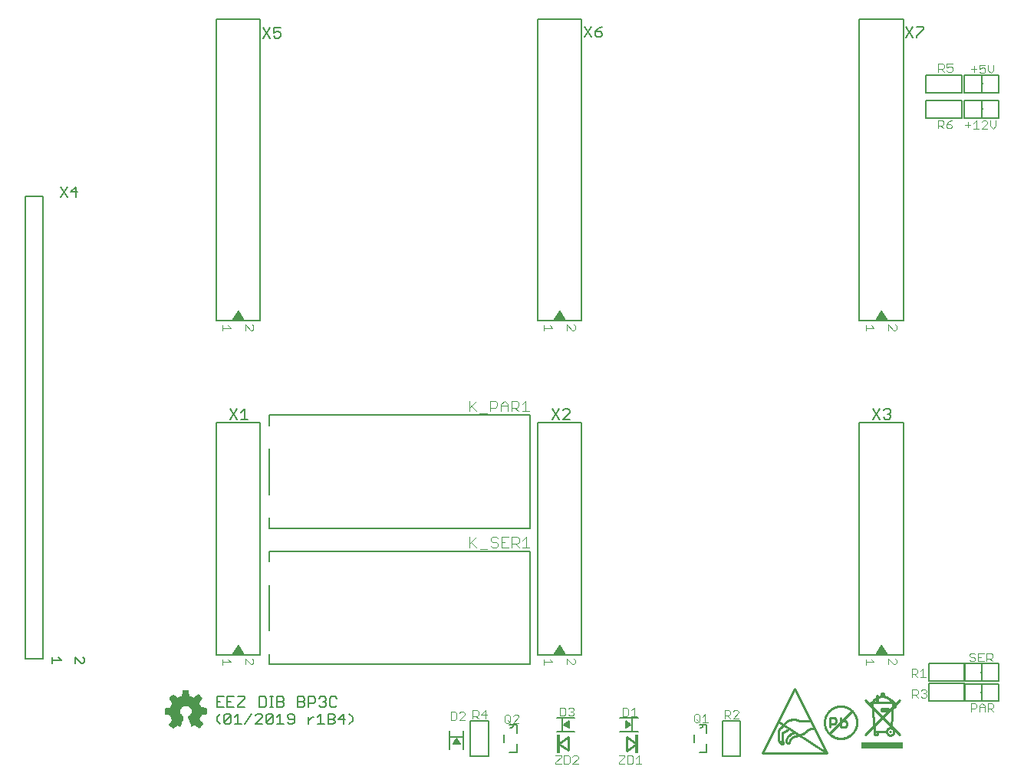
<source format=gto>
G75*
%MOIN*%
%OFA0B0*%
%FSLAX25Y25*%
%IPPOS*%
%LPD*%
%AMOC8*
5,1,8,0,0,1.08239X$1,22.5*
%
%ADD10R,0.01485X0.00015*%
%ADD11R,0.00045X0.00015*%
%ADD12R,0.00105X0.00015*%
%ADD13R,0.00165X0.00015*%
%ADD14R,0.00225X0.00015*%
%ADD15R,0.00285X0.00015*%
%ADD16R,0.00345X0.00015*%
%ADD17R,0.00405X0.00015*%
%ADD18R,0.00435X0.00015*%
%ADD19R,0.00465X0.00015*%
%ADD20R,0.00495X0.00015*%
%ADD21R,0.00540X0.00015*%
%ADD22R,0.00585X0.00015*%
%ADD23R,0.00645X0.00015*%
%ADD24R,0.00150X0.00015*%
%ADD25R,0.00675X0.00015*%
%ADD26R,0.00195X0.00015*%
%ADD27R,0.00705X0.00015*%
%ADD28R,0.00240X0.00015*%
%ADD29R,0.00735X0.00015*%
%ADD30R,0.00270X0.00015*%
%ADD31R,0.00765X0.00015*%
%ADD32R,0.00300X0.00015*%
%ADD33R,0.00810X0.00015*%
%ADD34R,0.00360X0.00015*%
%ADD35R,0.00855X0.00015*%
%ADD36R,0.00435X0.00015*%
%ADD37R,0.00915X0.00015*%
%ADD38R,0.00465X0.00015*%
%ADD39R,0.00945X0.00015*%
%ADD40R,0.00960X0.00015*%
%ADD41R,0.00525X0.00015*%
%ADD42R,0.00990X0.00015*%
%ADD43R,0.00555X0.00015*%
%ADD44R,0.01035X0.00015*%
%ADD45R,0.00600X0.00015*%
%ADD46R,0.01080X0.00015*%
%ADD47R,0.01125X0.00015*%
%ADD48R,0.01170X0.00015*%
%ADD49R,0.00720X0.00015*%
%ADD50R,0.01200X0.00015*%
%ADD51R,0.00750X0.00015*%
%ADD52R,0.01230X0.00015*%
%ADD53R,0.00780X0.00015*%
%ADD54R,0.01260X0.00015*%
%ADD55R,0.00810X0.00015*%
%ADD56R,0.01305X0.00015*%
%ADD57R,0.01365X0.00015*%
%ADD58R,0.00900X0.00015*%
%ADD59R,0.01395X0.00015*%
%ADD60R,0.01440X0.00015*%
%ADD61R,0.01470X0.00015*%
%ADD62R,0.01005X0.00015*%
%ADD63R,0.01500X0.00015*%
%ADD64R,0.01020X0.00015*%
%ADD65R,0.01530X0.00015*%
%ADD66R,0.01065X0.00015*%
%ADD67R,0.01575X0.00015*%
%ADD68R,0.01095X0.00015*%
%ADD69R,0.01635X0.00015*%
%ADD70R,0.01155X0.00015*%
%ADD71R,0.01680X0.00015*%
%ADD72R,0.01200X0.00015*%
%ADD73R,0.01710X0.00015*%
%ADD74R,0.01230X0.00015*%
%ADD75R,0.01725X0.00015*%
%ADD76R,0.01245X0.00015*%
%ADD77R,0.01755X0.00015*%
%ADD78R,0.01275X0.00015*%
%ADD79R,0.01800X0.00015*%
%ADD80R,0.01320X0.00015*%
%ADD81R,0.01860X0.00015*%
%ADD82R,0.01905X0.00015*%
%ADD83R,0.01410X0.00015*%
%ADD84R,0.01935X0.00015*%
%ADD85R,0.01455X0.00015*%
%ADD86R,0.01965X0.00015*%
%ADD87R,0.01485X0.00015*%
%ADD88R,0.01995X0.00015*%
%ADD89R,0.01515X0.00015*%
%ADD90R,0.02040X0.00015*%
%ADD91R,0.01530X0.00015*%
%ADD92R,0.02070X0.00015*%
%ADD93R,0.01575X0.00015*%
%ADD94R,0.02115X0.00015*%
%ADD95R,0.01620X0.00015*%
%ADD96R,0.02160X0.00015*%
%ADD97R,0.01665X0.00015*%
%ADD98R,0.02190X0.00015*%
%ADD99R,0.00075X0.00015*%
%ADD100R,0.01695X0.00015*%
%ADD101R,0.02220X0.00015*%
%ADD102R,0.00105X0.00015*%
%ADD103R,0.02235X0.00015*%
%ADD104R,0.00135X0.00015*%
%ADD105R,0.01755X0.00015*%
%ADD106R,0.02280X0.00015*%
%ADD107R,0.00180X0.00015*%
%ADD108R,0.01785X0.00015*%
%ADD109R,0.02340X0.00015*%
%ADD110R,0.00240X0.00015*%
%ADD111R,0.01830X0.00015*%
%ADD112R,0.02385X0.00015*%
%ADD113R,0.01890X0.00015*%
%ADD114R,0.02415X0.00015*%
%ADD115R,0.00330X0.00015*%
%ADD116R,0.00120X0.00015*%
%ADD117R,0.01920X0.00015*%
%ADD118R,0.02430X0.00015*%
%ADD119R,0.00375X0.00015*%
%ADD120R,0.02460X0.00015*%
%ADD121R,0.00405X0.00015*%
%ADD122R,0.00195X0.00015*%
%ADD123R,0.01965X0.00015*%
%ADD124R,0.02505X0.00015*%
%ADD125R,0.00210X0.00015*%
%ADD126R,0.02010X0.00015*%
%ADD127R,0.02535X0.00015*%
%ADD128R,0.00480X0.00015*%
%ADD129R,0.02580X0.00015*%
%ADD130R,0.00540X0.00015*%
%ADD131R,0.02085X0.00015*%
%ADD132R,0.02625X0.00015*%
%ADD133R,0.02130X0.00015*%
%ADD134R,0.02670X0.00015*%
%ADD135R,0.00630X0.00015*%
%ADD136R,0.02700X0.00015*%
%ADD137R,0.00660X0.00015*%
%ADD138R,0.00450X0.00015*%
%ADD139R,0.02190X0.00015*%
%ADD140R,0.02715X0.00015*%
%ADD141R,0.02205X0.00015*%
%ADD142R,0.02745X0.00015*%
%ADD143R,0.00510X0.00015*%
%ADD144R,0.02235X0.00015*%
%ADD145R,0.02775X0.00015*%
%ADD146R,0.02820X0.00015*%
%ADD147R,0.02310X0.00015*%
%ADD148R,0.02880X0.00015*%
%ADD149R,0.00855X0.00015*%
%ADD150R,0.02355X0.00015*%
%ADD151R,0.02895X0.00015*%
%ADD152R,0.00870X0.00015*%
%ADD153R,0.00660X0.00015*%
%ADD154R,0.02925X0.00015*%
%ADD155R,0.00690X0.00015*%
%ADD156R,0.02970X0.00015*%
%ADD157R,0.03000X0.00015*%
%ADD158R,0.00750X0.00015*%
%ADD159R,0.03045X0.00015*%
%ADD160R,0.01005X0.00015*%
%ADD161R,0.00780X0.00015*%
%ADD162R,0.02505X0.00015*%
%ADD163R,0.03090X0.00015*%
%ADD164R,0.01050X0.00015*%
%ADD165R,0.00825X0.00015*%
%ADD166R,0.02550X0.00015*%
%ADD167R,0.03135X0.00015*%
%ADD168R,0.01095X0.00015*%
%ADD169R,0.00870X0.00015*%
%ADD170R,0.03165X0.00015*%
%ADD171R,0.01125X0.00015*%
%ADD172R,0.02625X0.00015*%
%ADD173R,0.03195X0.00015*%
%ADD174R,0.01140X0.00015*%
%ADD175R,0.00930X0.00015*%
%ADD176R,0.02655X0.00015*%
%ADD177R,0.03210X0.00015*%
%ADD178R,0.00960X0.00015*%
%ADD179R,0.03240X0.00015*%
%ADD180R,0.02700X0.00015*%
%ADD181R,0.03285X0.00015*%
%ADD182R,0.01245X0.00015*%
%ADD183R,0.02745X0.00015*%
%ADD184R,0.03330X0.00015*%
%ADD185R,0.02790X0.00015*%
%ADD186R,0.03360X0.00015*%
%ADD187R,0.01110X0.00015*%
%ADD188R,0.02835X0.00015*%
%ADD189R,0.03390X0.00015*%
%ADD190R,0.01335X0.00015*%
%ADD191R,0.01140X0.00015*%
%ADD192R,0.02865X0.00015*%
%ADD193R,0.03420X0.00015*%
%ADD194R,0.01155X0.00015*%
%ADD195R,0.04905X0.00015*%
%ADD196R,0.04920X0.00015*%
%ADD197R,0.02940X0.00015*%
%ADD198R,0.04950X0.00015*%
%ADD199R,0.02985X0.00015*%
%ADD200R,0.04965X0.00015*%
%ADD201R,0.01275X0.00015*%
%ADD202R,0.03015X0.00015*%
%ADD203R,0.04980X0.00015*%
%ADD204R,0.03045X0.00015*%
%ADD205R,0.05010X0.00015*%
%ADD206R,0.01335X0.00015*%
%ADD207R,0.03075X0.00015*%
%ADD208R,0.01350X0.00015*%
%ADD209R,0.03105X0.00015*%
%ADD210R,0.05040X0.00015*%
%ADD211R,0.01380X0.00015*%
%ADD212R,0.05040X0.00015*%
%ADD213R,0.01410X0.00015*%
%ADD214R,0.03180X0.00015*%
%ADD215R,0.05070X0.00015*%
%ADD216R,0.03225X0.00015*%
%ADD217R,0.03255X0.00015*%
%ADD218R,0.05085X0.00015*%
%ADD219R,0.01515X0.00015*%
%ADD220R,0.03300X0.00015*%
%ADD221R,0.05100X0.00015*%
%ADD222R,0.04935X0.00015*%
%ADD223R,0.05115X0.00015*%
%ADD224R,0.04995X0.00015*%
%ADD225R,0.05130X0.00015*%
%ADD226R,0.05010X0.00015*%
%ADD227R,0.05130X0.00015*%
%ADD228R,0.05010X0.00015*%
%ADD229R,0.05025X0.00015*%
%ADD230R,0.05040X0.00015*%
%ADD231R,0.05055X0.00015*%
%ADD232R,0.05130X0.00015*%
%ADD233R,0.05085X0.00015*%
%ADD234R,0.05115X0.00015*%
%ADD235R,0.05145X0.00015*%
%ADD236R,0.05160X0.00015*%
%ADD237R,0.05130X0.00015*%
%ADD238R,0.05190X0.00015*%
%ADD239R,0.05190X0.00015*%
%ADD240R,0.05205X0.00015*%
%ADD241R,0.05220X0.00015*%
%ADD242R,0.05070X0.00015*%
%ADD243R,0.05085X0.00015*%
%ADD244R,0.05205X0.00015*%
%ADD245R,0.05220X0.00015*%
%ADD246R,0.05055X0.00015*%
%ADD247R,0.05025X0.00015*%
%ADD248R,0.05205X0.00015*%
%ADD249R,0.05025X0.00015*%
%ADD250R,0.05190X0.00015*%
%ADD251R,0.05190X0.00015*%
%ADD252R,0.04995X0.00015*%
%ADD253R,0.05175X0.00015*%
%ADD254R,0.04950X0.00015*%
%ADD255R,0.05145X0.00015*%
%ADD256R,0.05145X0.00015*%
%ADD257R,0.04920X0.00015*%
%ADD258R,0.04905X0.00015*%
%ADD259R,0.04905X0.00015*%
%ADD260R,0.05115X0.00015*%
%ADD261R,0.04890X0.00015*%
%ADD262R,0.04890X0.00015*%
%ADD263R,0.04875X0.00015*%
%ADD264R,0.04845X0.00015*%
%ADD265R,0.04830X0.00015*%
%ADD266R,0.04830X0.00015*%
%ADD267R,0.05070X0.00015*%
%ADD268R,0.04830X0.00015*%
%ADD269R,0.04815X0.00015*%
%ADD270R,0.04800X0.00015*%
%ADD271R,0.04800X0.00015*%
%ADD272R,0.05010X0.00015*%
%ADD273R,0.04785X0.00015*%
%ADD274R,0.04770X0.00015*%
%ADD275R,0.04770X0.00015*%
%ADD276R,0.04755X0.00015*%
%ADD277R,0.04740X0.00015*%
%ADD278R,0.04725X0.00015*%
%ADD279R,0.04725X0.00015*%
%ADD280R,0.04980X0.00015*%
%ADD281R,0.04710X0.00015*%
%ADD282R,0.04725X0.00015*%
%ADD283R,0.04710X0.00015*%
%ADD284R,0.04695X0.00015*%
%ADD285R,0.04680X0.00015*%
%ADD286R,0.04695X0.00015*%
%ADD287R,0.04680X0.00015*%
%ADD288R,0.04905X0.00015*%
%ADD289R,0.04665X0.00015*%
%ADD290R,0.04650X0.00015*%
%ADD291R,0.04635X0.00015*%
%ADD292R,0.04620X0.00015*%
%ADD293R,0.04620X0.00015*%
%ADD294R,0.04890X0.00015*%
%ADD295R,0.04605X0.00015*%
%ADD296R,0.04605X0.00015*%
%ADD297R,0.04590X0.00015*%
%ADD298R,0.04845X0.00015*%
%ADD299R,0.04575X0.00015*%
%ADD300R,0.04590X0.00015*%
%ADD301R,0.04575X0.00015*%
%ADD302R,0.04845X0.00015*%
%ADD303R,0.04560X0.00015*%
%ADD304R,0.04545X0.00015*%
%ADD305R,0.04530X0.00015*%
%ADD306R,0.04515X0.00015*%
%ADD307R,0.04530X0.00015*%
%ADD308R,0.04500X0.00015*%
%ADD309R,0.04515X0.00015*%
%ADD310R,0.04785X0.00015*%
%ADD311R,0.04485X0.00015*%
%ADD312R,0.04755X0.00015*%
%ADD313R,0.04470X0.00015*%
%ADD314R,0.04740X0.00015*%
%ADD315R,0.04485X0.00015*%
%ADD316R,0.04755X0.00015*%
%ADD317R,0.04545X0.00015*%
%ADD318R,0.04695X0.00015*%
%ADD319R,0.04680X0.00015*%
%ADD320R,0.04665X0.00015*%
%ADD321R,0.04725X0.00015*%
%ADD322R,0.04680X0.00015*%
%ADD323R,0.04860X0.00015*%
%ADD324R,0.04740X0.00015*%
%ADD325R,0.04875X0.00015*%
%ADD326R,0.04965X0.00015*%
%ADD327R,0.04860X0.00015*%
%ADD328R,0.04995X0.00015*%
%ADD329R,0.04875X0.00015*%
%ADD330R,0.04980X0.00015*%
%ADD331R,0.05235X0.00015*%
%ADD332R,0.05235X0.00015*%
%ADD333R,0.05250X0.00015*%
%ADD334R,0.05280X0.00015*%
%ADD335R,0.05295X0.00015*%
%ADD336R,0.05325X0.00015*%
%ADD337R,0.05340X0.00015*%
%ADD338R,0.05235X0.00015*%
%ADD339R,0.05355X0.00015*%
%ADD340R,0.05370X0.00015*%
%ADD341R,0.05265X0.00015*%
%ADD342R,0.05370X0.00015*%
%ADD343R,0.05280X0.00015*%
%ADD344R,0.05385X0.00015*%
%ADD345R,0.05295X0.00015*%
%ADD346R,0.05400X0.00015*%
%ADD347R,0.05415X0.00015*%
%ADD348R,0.05310X0.00015*%
%ADD349R,0.05430X0.00015*%
%ADD350R,0.05445X0.00015*%
%ADD351R,0.05460X0.00015*%
%ADD352R,0.05355X0.00015*%
%ADD353R,0.05475X0.00015*%
%ADD354R,0.05505X0.00015*%
%ADD355R,0.05520X0.00015*%
%ADD356R,0.05535X0.00015*%
%ADD357R,0.05550X0.00015*%
%ADD358R,0.05550X0.00015*%
%ADD359R,0.05475X0.00015*%
%ADD360R,0.05490X0.00015*%
%ADD361R,0.05475X0.00015*%
%ADD362R,0.05385X0.00015*%
%ADD363R,0.05370X0.00015*%
%ADD364R,0.05325X0.00015*%
%ADD365R,0.05310X0.00015*%
%ADD366R,0.05265X0.00015*%
%ADD367R,0.05175X0.00015*%
%ADD368R,0.04980X0.00015*%
%ADD369R,0.04965X0.00015*%
%ADD370R,0.04860X0.00015*%
%ADD371R,0.04845X0.00015*%
%ADD372R,0.04815X0.00015*%
%ADD373R,0.04770X0.00015*%
%ADD374R,0.05295X0.00015*%
%ADD375R,0.04635X0.00015*%
%ADD376R,0.05610X0.00015*%
%ADD377R,0.05700X0.00015*%
%ADD378R,0.05760X0.00015*%
%ADD379R,0.05805X0.00015*%
%ADD380R,0.05850X0.00015*%
%ADD381R,0.05895X0.00015*%
%ADD382R,0.06000X0.00015*%
%ADD383R,0.06135X0.00015*%
%ADD384R,0.06225X0.00015*%
%ADD385R,0.06300X0.00015*%
%ADD386R,0.06330X0.00015*%
%ADD387R,0.06375X0.00015*%
%ADD388R,0.06450X0.00015*%
%ADD389R,0.06570X0.00015*%
%ADD390R,0.05565X0.00015*%
%ADD391R,0.06690X0.00015*%
%ADD392R,0.06735X0.00015*%
%ADD393R,0.05790X0.00015*%
%ADD394R,0.06765X0.00015*%
%ADD395R,0.05850X0.00015*%
%ADD396R,0.06780X0.00015*%
%ADD397R,0.05895X0.00015*%
%ADD398R,0.06795X0.00015*%
%ADD399R,0.05955X0.00015*%
%ADD400R,0.06810X0.00015*%
%ADD401R,0.06060X0.00015*%
%ADD402R,0.06195X0.00015*%
%ADD403R,0.06825X0.00015*%
%ADD404R,0.06330X0.00015*%
%ADD405R,0.06840X0.00015*%
%ADD406R,0.06390X0.00015*%
%ADD407R,0.06495X0.00015*%
%ADD408R,0.06840X0.00015*%
%ADD409R,0.06555X0.00015*%
%ADD410R,0.06825X0.00015*%
%ADD411R,0.06645X0.00015*%
%ADD412R,0.06825X0.00015*%
%ADD413R,0.06705X0.00015*%
%ADD414R,0.06705X0.00015*%
%ADD415R,0.06810X0.00015*%
%ADD416R,0.06720X0.00015*%
%ADD417R,0.06795X0.00015*%
%ADD418R,0.06750X0.00015*%
%ADD419R,0.06765X0.00015*%
%ADD420R,0.06795X0.00015*%
%ADD421R,0.06780X0.00015*%
%ADD422R,0.06780X0.00015*%
%ADD423R,0.06750X0.00015*%
%ADD424R,0.06720X0.00015*%
%ADD425R,0.06720X0.00015*%
%ADD426R,0.06705X0.00015*%
%ADD427R,0.06705X0.00015*%
%ADD428R,0.06690X0.00015*%
%ADD429R,0.06675X0.00015*%
%ADD430R,0.06690X0.00015*%
%ADD431R,0.06675X0.00015*%
%ADD432R,0.06675X0.00015*%
%ADD433R,0.06660X0.00015*%
%ADD434R,0.06675X0.00015*%
%ADD435R,0.06660X0.00015*%
%ADD436R,0.06660X0.00015*%
%ADD437R,0.06645X0.00015*%
%ADD438R,0.06630X0.00015*%
%ADD439R,0.06660X0.00015*%
%ADD440R,0.06630X0.00015*%
%ADD441R,0.06645X0.00015*%
%ADD442R,0.06735X0.00015*%
%ADD443R,0.06765X0.00015*%
%ADD444R,0.06780X0.00015*%
%ADD445R,0.06825X0.00015*%
%ADD446R,0.06855X0.00015*%
%ADD447R,0.06855X0.00015*%
%ADD448R,0.06870X0.00015*%
%ADD449R,0.06885X0.00015*%
%ADD450R,0.06525X0.00015*%
%ADD451R,0.06405X0.00015*%
%ADD452R,0.06255X0.00015*%
%ADD453R,0.06165X0.00015*%
%ADD454R,0.06870X0.00015*%
%ADD455R,0.06120X0.00015*%
%ADD456R,0.06885X0.00015*%
%ADD457R,0.06060X0.00015*%
%ADD458R,0.06015X0.00015*%
%ADD459R,0.05910X0.00015*%
%ADD460R,0.05670X0.00015*%
%ADD461R,0.05595X0.00015*%
%ADD462R,0.06585X0.00015*%
%ADD463R,0.05160X0.00015*%
%ADD464R,0.06390X0.00015*%
%ADD465R,0.05025X0.00015*%
%ADD466R,0.06330X0.00015*%
%ADD467R,0.06075X0.00015*%
%ADD468R,0.05820X0.00015*%
%ADD469R,0.05775X0.00015*%
%ADD470R,0.05685X0.00015*%
%ADD471R,0.05460X0.00015*%
%ADD472R,0.04860X0.00015*%
%ADD473R,0.04935X0.00015*%
%ADD474R,0.05160X0.00015*%
%ADD475R,0.05325X0.00015*%
%ADD476R,0.05340X0.00015*%
%ADD477R,0.05355X0.00015*%
%ADD478R,0.05430X0.00015*%
%ADD479R,0.05535X0.00015*%
%ADD480R,0.05595X0.00015*%
%ADD481R,0.05640X0.00015*%
%ADD482R,0.05640X0.00015*%
%ADD483R,0.05670X0.00015*%
%ADD484R,0.05685X0.00015*%
%ADD485R,0.05700X0.00015*%
%ADD486R,0.05715X0.00015*%
%ADD487R,0.05715X0.00015*%
%ADD488R,0.05730X0.00015*%
%ADD489R,0.05745X0.00015*%
%ADD490R,0.05760X0.00015*%
%ADD491R,0.06000X0.00015*%
%ADD492R,0.06105X0.00015*%
%ADD493R,0.06180X0.00015*%
%ADD494R,0.06210X0.00015*%
%ADD495R,0.12690X0.00015*%
%ADD496R,0.12675X0.00015*%
%ADD497R,0.12660X0.00015*%
%ADD498R,0.12660X0.00015*%
%ADD499R,0.12645X0.00015*%
%ADD500R,0.12615X0.00015*%
%ADD501R,0.12600X0.00015*%
%ADD502R,0.12585X0.00015*%
%ADD503R,0.12555X0.00015*%
%ADD504R,0.12540X0.00015*%
%ADD505R,0.12525X0.00015*%
%ADD506R,0.12510X0.00015*%
%ADD507R,0.12510X0.00015*%
%ADD508R,0.12480X0.00015*%
%ADD509R,0.12450X0.00015*%
%ADD510R,0.12435X0.00015*%
%ADD511R,0.12420X0.00015*%
%ADD512R,0.12390X0.00015*%
%ADD513R,0.12375X0.00015*%
%ADD514R,0.12360X0.00015*%
%ADD515R,0.12330X0.00015*%
%ADD516R,0.12300X0.00015*%
%ADD517R,0.12285X0.00015*%
%ADD518R,0.12270X0.00015*%
%ADD519R,0.12255X0.00015*%
%ADD520R,0.12240X0.00015*%
%ADD521R,0.12225X0.00015*%
%ADD522R,0.12195X0.00015*%
%ADD523R,0.12165X0.00015*%
%ADD524R,0.12150X0.00015*%
%ADD525R,0.12135X0.00015*%
%ADD526R,0.12120X0.00015*%
%ADD527R,0.12090X0.00015*%
%ADD528R,0.12075X0.00015*%
%ADD529R,0.12060X0.00015*%
%ADD530R,0.12045X0.00015*%
%ADD531R,0.12015X0.00015*%
%ADD532R,0.12000X0.00015*%
%ADD533R,0.11985X0.00015*%
%ADD534R,0.11955X0.00015*%
%ADD535R,0.11940X0.00015*%
%ADD536R,0.11925X0.00015*%
%ADD537R,0.11910X0.00015*%
%ADD538R,0.11910X0.00015*%
%ADD539R,0.11880X0.00015*%
%ADD540R,0.11850X0.00015*%
%ADD541R,0.11835X0.00015*%
%ADD542R,0.11805X0.00015*%
%ADD543R,0.11775X0.00015*%
%ADD544R,0.11760X0.00015*%
%ADD545R,0.11745X0.00015*%
%ADD546R,0.11730X0.00015*%
%ADD547R,0.11700X0.00015*%
%ADD548R,0.11700X0.00015*%
%ADD549R,0.11685X0.00015*%
%ADD550R,0.11655X0.00015*%
%ADD551R,0.11640X0.00015*%
%ADD552R,0.11625X0.00015*%
%ADD553R,0.11625X0.00015*%
%ADD554R,0.11670X0.00015*%
%ADD555R,0.11715X0.00015*%
%ADD556R,0.11790X0.00015*%
%ADD557R,0.11820X0.00015*%
%ADD558R,0.11820X0.00015*%
%ADD559R,0.11880X0.00015*%
%ADD560R,0.11895X0.00015*%
%ADD561R,0.11970X0.00015*%
%ADD562R,0.12045X0.00015*%
%ADD563R,0.12075X0.00015*%
%ADD564R,0.12105X0.00015*%
%ADD565R,0.12135X0.00015*%
%ADD566R,0.12165X0.00015*%
%ADD567R,0.12180X0.00015*%
%ADD568R,0.12195X0.00015*%
%ADD569R,0.12210X0.00015*%
%ADD570R,0.12225X0.00015*%
%ADD571R,0.12255X0.00015*%
%ADD572R,0.12360X0.00015*%
%ADD573R,0.12390X0.00015*%
%ADD574R,0.12405X0.00015*%
%ADD575R,0.12435X0.00015*%
%ADD576R,0.12480X0.00015*%
%ADD577R,0.12480X0.00015*%
%ADD578R,0.12510X0.00015*%
%ADD579R,0.12570X0.00015*%
%ADD580R,0.12630X0.00015*%
%ADD581R,0.12675X0.00015*%
%ADD582R,0.12705X0.00015*%
%ADD583R,0.12735X0.00015*%
%ADD584R,0.12750X0.00015*%
%ADD585R,0.12780X0.00015*%
%ADD586R,0.12795X0.00015*%
%ADD587R,0.12810X0.00015*%
%ADD588R,0.12840X0.00015*%
%ADD589R,0.12855X0.00015*%
%ADD590R,0.12885X0.00015*%
%ADD591R,0.12900X0.00015*%
%ADD592R,0.12915X0.00015*%
%ADD593R,0.12945X0.00015*%
%ADD594R,0.12960X0.00015*%
%ADD595R,0.12990X0.00015*%
%ADD596R,0.13005X0.00015*%
%ADD597R,0.13020X0.00015*%
%ADD598R,0.13035X0.00015*%
%ADD599R,0.13065X0.00015*%
%ADD600R,0.13080X0.00015*%
%ADD601R,0.13110X0.00015*%
%ADD602R,0.13125X0.00015*%
%ADD603R,0.13155X0.00015*%
%ADD604R,0.13170X0.00015*%
%ADD605R,0.13200X0.00015*%
%ADD606R,0.13230X0.00015*%
%ADD607R,0.13260X0.00015*%
%ADD608R,0.13290X0.00015*%
%ADD609R,0.13320X0.00015*%
%ADD610R,0.13350X0.00015*%
%ADD611R,0.13365X0.00015*%
%ADD612R,0.13395X0.00015*%
%ADD613R,0.13425X0.00015*%
%ADD614R,0.13455X0.00015*%
%ADD615R,0.13470X0.00015*%
%ADD616R,0.13500X0.00015*%
%ADD617R,0.13530X0.00015*%
%ADD618R,0.13560X0.00015*%
%ADD619R,0.13575X0.00015*%
%ADD620R,0.13605X0.00015*%
%ADD621R,0.13635X0.00015*%
%ADD622R,0.13650X0.00015*%
%ADD623R,0.13680X0.00015*%
%ADD624R,0.13695X0.00015*%
%ADD625R,0.13725X0.00015*%
%ADD626R,0.13740X0.00015*%
%ADD627R,0.13770X0.00015*%
%ADD628R,0.13785X0.00015*%
%ADD629R,0.13800X0.00015*%
%ADD630R,0.13830X0.00015*%
%ADD631R,0.13860X0.00015*%
%ADD632R,0.13875X0.00015*%
%ADD633R,0.13905X0.00015*%
%ADD634R,0.13935X0.00015*%
%ADD635R,0.13950X0.00015*%
%ADD636R,0.13980X0.00015*%
%ADD637R,0.14010X0.00015*%
%ADD638R,0.14025X0.00015*%
%ADD639R,0.14055X0.00015*%
%ADD640R,0.14070X0.00015*%
%ADD641R,0.14085X0.00015*%
%ADD642R,0.14115X0.00015*%
%ADD643R,0.14145X0.00015*%
%ADD644R,0.14160X0.00015*%
%ADD645R,0.14190X0.00015*%
%ADD646R,0.14205X0.00015*%
%ADD647R,0.14220X0.00015*%
%ADD648R,0.14235X0.00015*%
%ADD649R,0.14265X0.00015*%
%ADD650R,0.14280X0.00015*%
%ADD651R,0.14295X0.00015*%
%ADD652R,0.14295X0.00015*%
%ADD653R,0.14250X0.00015*%
%ADD654R,0.14205X0.00015*%
%ADD655R,0.14175X0.00015*%
%ADD656R,0.14160X0.00015*%
%ADD657R,0.14130X0.00015*%
%ADD658R,0.14100X0.00015*%
%ADD659R,0.14040X0.00015*%
%ADD660R,0.14010X0.00015*%
%ADD661R,0.03465X0.00015*%
%ADD662R,0.10440X0.00015*%
%ADD663R,0.03420X0.00015*%
%ADD664R,0.10395X0.00015*%
%ADD665R,0.03375X0.00015*%
%ADD666R,0.10335X0.00015*%
%ADD667R,0.03570X0.00015*%
%ADD668R,0.06600X0.00015*%
%ADD669R,0.03525X0.00015*%
%ADD670R,0.03270X0.00015*%
%ADD671R,0.03495X0.00015*%
%ADD672R,0.03210X0.00015*%
%ADD673R,0.06480X0.00015*%
%ADD674R,0.03435X0.00015*%
%ADD675R,0.03165X0.00015*%
%ADD676R,0.03390X0.00015*%
%ADD677R,0.03120X0.00015*%
%ADD678R,0.06315X0.00015*%
%ADD679R,0.03345X0.00015*%
%ADD680R,0.03090X0.00015*%
%ADD681R,0.03075X0.00015*%
%ADD682R,0.06225X0.00015*%
%ADD683R,0.03270X0.00015*%
%ADD684R,0.06180X0.00015*%
%ADD685R,0.02970X0.00015*%
%ADD686R,0.06075X0.00015*%
%ADD687R,0.03195X0.00015*%
%ADD688R,0.02925X0.00015*%
%ADD689R,0.05985X0.00015*%
%ADD690R,0.03135X0.00015*%
%ADD691R,0.02850X0.00015*%
%ADD692R,0.05835X0.00015*%
%ADD693R,0.03030X0.00015*%
%ADD694R,0.02805X0.00015*%
%ADD695R,0.02730X0.00015*%
%ADD696R,0.05625X0.00015*%
%ADD697R,0.02925X0.00015*%
%ADD698R,0.02640X0.00015*%
%ADD699R,0.02595X0.00015*%
%ADD700R,0.02565X0.00015*%
%ADD701R,0.02760X0.00015*%
%ADD702R,0.02520X0.00015*%
%ADD703R,0.02730X0.00015*%
%ADD704R,0.02475X0.00015*%
%ADD705R,0.02685X0.00015*%
%ADD706R,0.02445X0.00015*%
%ADD707R,0.02400X0.00015*%
%ADD708R,0.02370X0.00015*%
%ADD709R,0.02565X0.00015*%
%ADD710R,0.02340X0.00015*%
%ADD711R,0.02325X0.00015*%
%ADD712R,0.02505X0.00015*%
%ADD713R,0.02280X0.00015*%
%ADD714R,0.02460X0.00015*%
%ADD715R,0.04560X0.00015*%
%ADD716R,0.02190X0.00015*%
%ADD717R,0.04440X0.00015*%
%ADD718R,0.02370X0.00015*%
%ADD719R,0.02145X0.00015*%
%ADD720R,0.04365X0.00015*%
%ADD721R,0.04320X0.00015*%
%ADD722R,0.02310X0.00015*%
%ADD723R,0.02100X0.00015*%
%ADD724R,0.04260X0.00015*%
%ADD725R,0.04200X0.00015*%
%ADD726R,0.02265X0.00015*%
%ADD727R,0.02040X0.00015*%
%ADD728R,0.04095X0.00015*%
%ADD729R,0.02220X0.00015*%
%ADD730R,0.03915X0.00015*%
%ADD731R,0.02175X0.00015*%
%ADD732R,0.03765X0.00015*%
%ADD733R,0.03675X0.00015*%
%ADD734R,0.01890X0.00015*%
%ADD735R,0.03615X0.00015*%
%ADD736R,0.02055X0.00015*%
%ADD737R,0.01860X0.00015*%
%ADD738R,0.03555X0.00015*%
%ADD739R,0.01815X0.00015*%
%ADD740R,0.03450X0.00015*%
%ADD741R,0.01725X0.00015*%
%ADD742R,0.03315X0.00015*%
%ADD743R,0.01905X0.00015*%
%ADD744R,0.01680X0.00015*%
%ADD745R,0.01650X0.00015*%
%ADD746R,0.01620X0.00015*%
%ADD747R,0.01590X0.00015*%
%ADD748R,0.01770X0.00015*%
%ADD749R,0.01560X0.00015*%
%ADD750R,0.03240X0.00015*%
%ADD751R,0.01740X0.00015*%
%ADD752R,0.01665X0.00015*%
%ADD753R,0.01455X0.00015*%
%ADD754R,0.01635X0.00015*%
%ADD755R,0.01410X0.00015*%
%ADD756R,0.01395X0.00015*%
%ADD757R,0.01365X0.00015*%
%ADD758R,0.01335X0.00015*%
%ADD759R,0.01290X0.00015*%
%ADD760R,0.03210X0.00015*%
%ADD761R,0.01455X0.00015*%
%ADD762R,0.01185X0.00015*%
%ADD763R,0.01290X0.00015*%
%ADD764R,0.01110X0.00015*%
%ADD765R,0.01260X0.00015*%
%ADD766R,0.03180X0.00015*%
%ADD767R,0.00975X0.00015*%
%ADD768R,0.03150X0.00015*%
%ADD769R,0.00885X0.00015*%
%ADD770R,0.03150X0.00015*%
%ADD771R,0.01050X0.00015*%
%ADD772R,0.00795X0.00015*%
%ADD773R,0.00885X0.00015*%
%ADD774R,0.00690X0.00015*%
%ADD775R,0.00840X0.00015*%
%ADD776R,0.00570X0.00015*%
%ADD777R,0.00525X0.00015*%
%ADD778R,0.03105X0.00015*%
%ADD779R,0.00660X0.00015*%
%ADD780R,0.00615X0.00015*%
%ADD781R,0.00420X0.00015*%
%ADD782R,0.00555X0.00015*%
%ADD783R,0.00390X0.00015*%
%ADD784R,0.00525X0.00015*%
%ADD785R,0.00360X0.00015*%
%ADD786R,0.00495X0.00015*%
%ADD787R,0.03075X0.00015*%
%ADD788R,0.00450X0.00015*%
%ADD789R,0.00225X0.00015*%
%ADD790R,0.00345X0.00015*%
%ADD791R,0.00255X0.00015*%
%ADD792R,0.03060X0.00015*%
%ADD793R,0.00180X0.00015*%
%ADD794R,0.00075X0.00015*%
%ADD795R,0.03000X0.00015*%
%ADD796R,0.02955X0.00015*%
%ADD797R,0.02940X0.00015*%
%ADD798R,0.02940X0.00015*%
%ADD799R,0.02910X0.00015*%
%ADD800R,0.02910X0.00015*%
%ADD801R,0.02865X0.00015*%
%ADD802R,0.02805X0.00015*%
%ADD803R,0.02775X0.00015*%
%ADD804R,0.02760X0.00015*%
%ADD805R,0.02655X0.00015*%
%ADD806R,0.02640X0.00015*%
%ADD807R,0.02610X0.00015*%
%ADD808R,0.02595X0.00015*%
%ADD809R,0.02535X0.00015*%
%ADD810R,0.02475X0.00015*%
%ADD811R,0.02175X0.00015*%
%ADD812R,0.01575X0.00015*%
%ADD813C,0.00500*%
%ADD814C,0.00800*%
%ADD815C,0.00400*%
%ADD816R,0.00787X0.05512*%
%ADD817C,0.00600*%
%ADD818C,0.01000*%
%ADD819R,0.01181X0.08268*%
%ADD820R,0.05512X0.00787*%
%ADD821R,0.00787X0.00787*%
%ADD822R,0.18000X0.03000*%
D10*
X0121367Y0048507D03*
D11*
X0118477Y0042798D03*
X0126682Y0043668D03*
X0129862Y0042963D03*
D12*
X0118477Y0042813D03*
D13*
X0118477Y0042828D03*
D14*
X0118477Y0042843D03*
D15*
X0118477Y0042857D03*
X0118567Y0057243D03*
D16*
X0118477Y0042872D03*
X0126727Y0043757D03*
D17*
X0126742Y0043772D03*
X0118477Y0042887D03*
D18*
X0118477Y0042903D03*
D19*
X0118477Y0042918D03*
D20*
X0118477Y0042933D03*
X0129862Y0043098D03*
D21*
X0118484Y0042948D03*
D22*
X0118492Y0042963D03*
X0121507Y0043772D03*
X0126817Y0043863D03*
D23*
X0126832Y0043878D03*
X0129847Y0043157D03*
X0118492Y0042978D03*
D24*
X0126674Y0043698D03*
X0129869Y0042978D03*
D25*
X0129847Y0043172D03*
X0121477Y0043818D03*
X0118492Y0042993D03*
D26*
X0129862Y0042993D03*
D27*
X0126862Y0043922D03*
X0121462Y0043833D03*
X0118492Y0043007D03*
D28*
X0129869Y0043007D03*
D29*
X0118492Y0043022D03*
D30*
X0126704Y0043743D03*
X0129869Y0043022D03*
D31*
X0121447Y0043848D03*
X0118492Y0043037D03*
D32*
X0121604Y0043668D03*
X0129869Y0043037D03*
X0129494Y0057287D03*
D33*
X0118499Y0043053D03*
D34*
X0129869Y0043053D03*
D35*
X0129832Y0043248D03*
X0118507Y0043068D03*
D36*
X0121567Y0043728D03*
X0126757Y0043787D03*
X0129862Y0043068D03*
D37*
X0126922Y0043998D03*
X0121387Y0043922D03*
X0118507Y0043083D03*
X0118597Y0056987D03*
D38*
X0118582Y0057168D03*
X0129862Y0043083D03*
D39*
X0129832Y0043278D03*
X0121372Y0043937D03*
X0118507Y0043098D03*
X0123892Y0059163D03*
X0129472Y0057048D03*
D40*
X0118514Y0043113D03*
D41*
X0129862Y0043113D03*
D42*
X0129824Y0043293D03*
X0126944Y0044043D03*
X0118514Y0043128D03*
X0129464Y0057033D03*
D43*
X0129862Y0043128D03*
D44*
X0118522Y0043143D03*
D45*
X0129854Y0043143D03*
X0118589Y0057122D03*
D46*
X0129464Y0056987D03*
X0126974Y0044072D03*
X0118514Y0043157D03*
D47*
X0118522Y0043172D03*
D48*
X0118529Y0043187D03*
X0121304Y0044028D03*
X0127004Y0044133D03*
X0129449Y0056957D03*
D49*
X0129479Y0057137D03*
X0129839Y0043187D03*
D50*
X0118529Y0043203D03*
D51*
X0129839Y0043203D03*
D52*
X0118529Y0043218D03*
X0118619Y0056868D03*
X0129449Y0056943D03*
D53*
X0129479Y0057107D03*
X0129839Y0043218D03*
D54*
X0118529Y0043233D03*
D55*
X0121424Y0043863D03*
X0129839Y0043233D03*
X0129479Y0057093D03*
D56*
X0127057Y0044193D03*
X0118537Y0043248D03*
D57*
X0118537Y0043263D03*
X0121237Y0044118D03*
X0129802Y0043457D03*
D58*
X0129824Y0043263D03*
X0121394Y0043907D03*
D59*
X0118537Y0043278D03*
D60*
X0118544Y0043293D03*
D61*
X0118544Y0043307D03*
X0127094Y0044283D03*
D62*
X0129817Y0043307D03*
D63*
X0118544Y0043322D03*
X0118634Y0056763D03*
X0129434Y0056837D03*
D64*
X0129464Y0057018D03*
X0118604Y0056957D03*
X0129824Y0043322D03*
D65*
X0118544Y0043337D03*
D66*
X0129817Y0043337D03*
D67*
X0118552Y0043353D03*
D68*
X0129817Y0043353D03*
D69*
X0118552Y0043368D03*
D70*
X0129817Y0043368D03*
D71*
X0118559Y0043383D03*
D72*
X0121304Y0044043D03*
X0127019Y0044148D03*
X0129809Y0043383D03*
D73*
X0118559Y0043398D03*
D74*
X0129809Y0043398D03*
D75*
X0129772Y0043607D03*
X0118567Y0043413D03*
D76*
X0129802Y0043413D03*
D77*
X0118567Y0043428D03*
D78*
X0121267Y0044072D03*
X0129802Y0043428D03*
D79*
X0118559Y0043443D03*
X0129419Y0056718D03*
D80*
X0129449Y0056898D03*
X0129794Y0043443D03*
X0121259Y0044087D03*
D81*
X0118574Y0043457D03*
D82*
X0118582Y0043472D03*
X0118657Y0056598D03*
D83*
X0129794Y0043472D03*
D84*
X0129757Y0043698D03*
X0118582Y0043487D03*
X0118657Y0056583D03*
X0124072Y0059133D03*
D85*
X0127087Y0044268D03*
X0129787Y0043487D03*
D86*
X0118582Y0043503D03*
D87*
X0129787Y0043503D03*
D88*
X0118582Y0043518D03*
X0118657Y0056568D03*
D89*
X0129787Y0043518D03*
D90*
X0129749Y0043743D03*
X0118589Y0043533D03*
X0129404Y0056628D03*
D91*
X0129434Y0056822D03*
X0129779Y0043533D03*
D92*
X0118589Y0043548D03*
X0118664Y0056537D03*
D93*
X0129787Y0043548D03*
D94*
X0118597Y0043563D03*
D95*
X0129779Y0043563D03*
D96*
X0129734Y0043787D03*
X0118604Y0043578D03*
D97*
X0129772Y0043578D03*
D98*
X0118604Y0043593D03*
D99*
X0121657Y0043593D03*
D100*
X0129772Y0043593D03*
D101*
X0118604Y0043607D03*
D102*
X0121657Y0043607D03*
D103*
X0118612Y0043622D03*
X0118672Y0056463D03*
X0124087Y0059087D03*
D104*
X0121657Y0043622D03*
D105*
X0129772Y0043622D03*
D106*
X0129719Y0043848D03*
X0118619Y0043637D03*
D107*
X0121634Y0043637D03*
D108*
X0129772Y0043637D03*
X0118642Y0056657D03*
D109*
X0118619Y0043653D03*
D110*
X0121619Y0043653D03*
D111*
X0129764Y0043653D03*
X0129419Y0056703D03*
D112*
X0129712Y0043893D03*
X0118627Y0043668D03*
D113*
X0129764Y0043668D03*
D114*
X0129712Y0043907D03*
X0118627Y0043683D03*
X0129367Y0056463D03*
D115*
X0118574Y0057228D03*
X0121589Y0043683D03*
D116*
X0126674Y0043683D03*
X0118574Y0057272D03*
D117*
X0129764Y0043683D03*
D118*
X0129704Y0043922D03*
X0118634Y0043698D03*
X0124079Y0059013D03*
D119*
X0121582Y0043698D03*
D120*
X0118634Y0043713D03*
X0129704Y0043937D03*
D121*
X0121582Y0043713D03*
D122*
X0126682Y0043713D03*
D123*
X0129757Y0043713D03*
X0129412Y0056657D03*
D124*
X0118642Y0043728D03*
D125*
X0126689Y0043728D03*
D126*
X0129749Y0043728D03*
X0129404Y0056643D03*
D127*
X0129352Y0056418D03*
X0124072Y0058757D03*
X0124072Y0058772D03*
X0124072Y0058787D03*
X0124072Y0058818D03*
X0118642Y0043743D03*
D128*
X0121559Y0043743D03*
X0126764Y0043818D03*
X0129494Y0057228D03*
D129*
X0129344Y0056387D03*
X0124079Y0058683D03*
X0129689Y0043983D03*
X0118649Y0043757D03*
D130*
X0121529Y0043757D03*
X0126794Y0043848D03*
D131*
X0129742Y0043757D03*
X0129397Y0056598D03*
D132*
X0118657Y0043772D03*
D133*
X0129734Y0043772D03*
X0129389Y0056583D03*
X0118664Y0056507D03*
D134*
X0118724Y0056268D03*
X0124064Y0058472D03*
X0124064Y0058487D03*
X0129674Y0044028D03*
X0118664Y0043787D03*
D135*
X0121499Y0043787D03*
X0118589Y0057107D03*
D136*
X0124064Y0058353D03*
X0118664Y0043803D03*
D137*
X0121484Y0043803D03*
D138*
X0126764Y0043803D03*
D139*
X0129734Y0043803D03*
D140*
X0118672Y0043818D03*
X0124072Y0058248D03*
X0124072Y0058263D03*
X0124072Y0058278D03*
X0124072Y0058293D03*
X0124072Y0058307D03*
D141*
X0129727Y0043818D03*
D142*
X0118672Y0043833D03*
X0124072Y0058172D03*
D143*
X0126779Y0043833D03*
D144*
X0129727Y0043833D03*
D145*
X0118672Y0043848D03*
X0118732Y0056237D03*
X0129322Y0056313D03*
D146*
X0124064Y0058007D03*
X0124064Y0058022D03*
X0118739Y0056207D03*
X0118679Y0043863D03*
D147*
X0129719Y0043863D03*
D148*
X0129659Y0044118D03*
X0118679Y0043878D03*
X0118739Y0056178D03*
X0124064Y0057798D03*
X0124064Y0057813D03*
X0124064Y0057828D03*
X0124064Y0057843D03*
X0124064Y0057857D03*
X0124064Y0057872D03*
X0124064Y0057887D03*
X0129314Y0056268D03*
D149*
X0121402Y0043878D03*
D150*
X0129712Y0043878D03*
D151*
X0129652Y0044133D03*
X0118687Y0043893D03*
D152*
X0121394Y0043893D03*
D153*
X0126839Y0043893D03*
X0118589Y0057093D03*
D154*
X0118687Y0043907D03*
D155*
X0126854Y0043907D03*
D156*
X0118694Y0043922D03*
D157*
X0118694Y0043937D03*
X0124049Y0057437D03*
X0124049Y0057468D03*
X0124049Y0057483D03*
X0129299Y0056222D03*
D158*
X0129479Y0057122D03*
X0118589Y0057063D03*
X0126869Y0043937D03*
D159*
X0118702Y0043953D03*
D160*
X0121357Y0043953D03*
D161*
X0126884Y0043953D03*
D162*
X0129697Y0043953D03*
D163*
X0118709Y0043968D03*
X0124064Y0057198D03*
X0124064Y0057213D03*
X0124064Y0057228D03*
D164*
X0118604Y0056943D03*
X0121334Y0043968D03*
X0126959Y0044057D03*
D165*
X0126907Y0043968D03*
X0118597Y0057033D03*
D166*
X0124079Y0058743D03*
X0129689Y0043968D03*
D167*
X0129622Y0044237D03*
X0118717Y0043983D03*
X0124057Y0057033D03*
X0124057Y0057048D03*
X0124057Y0057063D03*
X0124057Y0057078D03*
X0124057Y0057093D03*
D168*
X0121327Y0043983D03*
D169*
X0126914Y0043983D03*
X0118589Y0057018D03*
D170*
X0124042Y0056972D03*
X0124042Y0056957D03*
X0118717Y0043998D03*
D171*
X0121327Y0043998D03*
X0118612Y0056913D03*
X0129457Y0056972D03*
D172*
X0129337Y0056372D03*
X0124072Y0058578D03*
X0124072Y0058593D03*
X0124072Y0058607D03*
X0118717Y0056298D03*
X0129682Y0043998D03*
D173*
X0118717Y0044013D03*
D174*
X0121319Y0044013D03*
D175*
X0126929Y0044013D03*
D176*
X0129682Y0044013D03*
X0124072Y0058518D03*
X0124072Y0058533D03*
X0124072Y0058548D03*
D177*
X0118724Y0044028D03*
D178*
X0126929Y0044028D03*
D179*
X0118724Y0044043D03*
D180*
X0129674Y0044043D03*
X0124064Y0058322D03*
X0124064Y0058337D03*
X0124064Y0058368D03*
X0124064Y0058383D03*
D181*
X0124057Y0056687D03*
X0118732Y0044057D03*
D182*
X0121282Y0044057D03*
X0127027Y0044163D03*
D183*
X0129667Y0044057D03*
D184*
X0118739Y0044072D03*
X0118784Y0055983D03*
D185*
X0124064Y0058068D03*
X0124064Y0058083D03*
X0129659Y0044072D03*
D186*
X0118739Y0044087D03*
X0124064Y0056657D03*
D187*
X0126989Y0044087D03*
D188*
X0129652Y0044087D03*
X0129322Y0056283D03*
X0124057Y0057978D03*
X0124057Y0057993D03*
D189*
X0118739Y0044103D03*
D190*
X0121252Y0044103D03*
D191*
X0126989Y0044103D03*
D192*
X0129652Y0044103D03*
X0124057Y0057903D03*
D193*
X0118739Y0044118D03*
D194*
X0126997Y0044118D03*
X0118612Y0056898D03*
D195*
X0119647Y0048528D03*
X0119887Y0048257D03*
X0119857Y0045183D03*
X0119467Y0044133D03*
X0128182Y0045872D03*
X0128197Y0045843D03*
X0128797Y0044313D03*
D196*
X0128279Y0045693D03*
X0128264Y0045722D03*
X0128264Y0045737D03*
X0128249Y0045768D03*
X0128204Y0048198D03*
X0128189Y0051963D03*
X0128174Y0051978D03*
X0128159Y0051993D03*
X0119639Y0051633D03*
X0119894Y0048243D03*
X0119909Y0048228D03*
X0119804Y0045107D03*
X0119789Y0045078D03*
X0119774Y0045048D03*
X0119459Y0044148D03*
D197*
X0129644Y0044148D03*
D198*
X0128804Y0044343D03*
X0128294Y0045663D03*
X0127769Y0047057D03*
X0128144Y0052022D03*
X0119984Y0052007D03*
X0119924Y0048198D03*
X0119939Y0048183D03*
X0120434Y0046893D03*
X0120434Y0046878D03*
X0119759Y0045018D03*
X0119459Y0044163D03*
D199*
X0129637Y0044163D03*
X0124057Y0057498D03*
D200*
X0120007Y0052037D03*
X0119992Y0052022D03*
X0119602Y0048543D03*
X0119737Y0044987D03*
X0119737Y0044972D03*
X0119452Y0044178D03*
X0127762Y0047072D03*
X0128302Y0045648D03*
X0128317Y0045633D03*
X0128812Y0044357D03*
X0128122Y0052037D03*
D201*
X0127042Y0044178D03*
D202*
X0129622Y0044178D03*
X0118762Y0056133D03*
D203*
X0119609Y0051618D03*
X0119954Y0048168D03*
X0119729Y0044957D03*
X0119714Y0044928D03*
X0119444Y0044193D03*
X0128324Y0045618D03*
X0128339Y0045587D03*
X0128339Y0045572D03*
X0128354Y0045557D03*
D204*
X0129622Y0044193D03*
X0118762Y0056118D03*
X0124057Y0057348D03*
X0124057Y0057363D03*
X0124057Y0057378D03*
X0129292Y0056193D03*
D205*
X0120029Y0052083D03*
X0119444Y0044222D03*
X0119444Y0044207D03*
X0128429Y0045422D03*
X0128129Y0048107D03*
D206*
X0127057Y0044207D03*
D207*
X0129622Y0044207D03*
D208*
X0127064Y0044222D03*
X0129449Y0056883D03*
D209*
X0124057Y0057107D03*
X0124057Y0057122D03*
X0124057Y0057137D03*
X0124057Y0057168D03*
X0124057Y0057183D03*
X0129622Y0044222D03*
D210*
X0128459Y0045363D03*
X0128444Y0045378D03*
X0119624Y0044778D03*
X0119624Y0044763D03*
X0119609Y0044748D03*
X0119444Y0044237D03*
X0120044Y0052098D03*
X0120059Y0052113D03*
D211*
X0127064Y0044237D03*
D212*
X0119444Y0044253D03*
D213*
X0127079Y0044253D03*
D214*
X0129614Y0044253D03*
D215*
X0119594Y0044718D03*
X0119444Y0044283D03*
X0119444Y0044268D03*
D216*
X0129607Y0044268D03*
X0129277Y0056133D03*
X0124042Y0056793D03*
X0124042Y0056807D03*
X0124042Y0056822D03*
X0124042Y0056837D03*
D217*
X0124042Y0056733D03*
X0118777Y0056028D03*
X0129592Y0044283D03*
D218*
X0119452Y0044298D03*
X0120052Y0048048D03*
D219*
X0127102Y0044298D03*
D220*
X0129584Y0044298D03*
X0129269Y0056087D03*
X0118784Y0055998D03*
D221*
X0120059Y0048033D03*
X0120419Y0047087D03*
X0119564Y0044657D03*
X0119564Y0044643D03*
X0119549Y0044628D03*
X0119549Y0044613D03*
X0119444Y0044328D03*
X0119444Y0044313D03*
X0127769Y0047193D03*
X0127769Y0047207D03*
X0127769Y0047222D03*
X0127769Y0047237D03*
X0128069Y0048018D03*
X0128564Y0045183D03*
X0128564Y0045168D03*
X0128579Y0045137D03*
X0128009Y0052172D03*
D222*
X0128152Y0052007D03*
X0128257Y0051918D03*
X0128197Y0048183D03*
X0128182Y0048168D03*
X0127762Y0047043D03*
X0128272Y0045707D03*
X0128287Y0045678D03*
X0128797Y0044328D03*
X0119797Y0045093D03*
X0119782Y0045063D03*
X0119767Y0045033D03*
X0119917Y0048213D03*
X0124057Y0056387D03*
D223*
X0119452Y0044372D03*
X0119452Y0044357D03*
X0119452Y0044343D03*
D224*
X0120427Y0046937D03*
X0120427Y0046968D03*
X0128362Y0045543D03*
X0128377Y0045528D03*
X0128392Y0045513D03*
X0128392Y0045498D03*
X0128812Y0044372D03*
D225*
X0128609Y0045078D03*
X0128594Y0045093D03*
X0127994Y0052187D03*
X0119459Y0044448D03*
X0119459Y0044433D03*
X0119459Y0044418D03*
X0119459Y0044387D03*
D226*
X0119684Y0044868D03*
X0119699Y0044883D03*
X0120419Y0046983D03*
X0120419Y0046998D03*
X0119984Y0048137D03*
X0128399Y0045483D03*
X0128819Y0044387D03*
D227*
X0119459Y0044403D03*
D228*
X0127769Y0047103D03*
X0128819Y0044403D03*
D229*
X0128827Y0044418D03*
X0128092Y0052083D03*
X0128077Y0052098D03*
X0124057Y0056372D03*
X0119992Y0048122D03*
X0120007Y0048107D03*
X0120007Y0048093D03*
X0120427Y0047013D03*
X0119662Y0044837D03*
D230*
X0119654Y0044822D03*
X0119639Y0044807D03*
X0120419Y0047028D03*
X0120419Y0047043D03*
X0127769Y0047118D03*
X0127769Y0047133D03*
X0128099Y0048063D03*
X0128114Y0048078D03*
X0128819Y0044433D03*
X0128069Y0052113D03*
D231*
X0128062Y0052128D03*
X0128047Y0052143D03*
X0128362Y0051872D03*
X0128482Y0045318D03*
X0128497Y0045287D03*
X0128512Y0045272D03*
X0128827Y0044448D03*
X0120022Y0048078D03*
D232*
X0120089Y0047987D03*
X0120419Y0047118D03*
X0119519Y0044568D03*
X0119489Y0044522D03*
X0119474Y0044493D03*
X0119474Y0044478D03*
X0119474Y0044463D03*
X0120119Y0052172D03*
X0127769Y0047283D03*
X0127769Y0047268D03*
D233*
X0128077Y0048033D03*
X0128767Y0048768D03*
X0128032Y0052157D03*
X0128542Y0045228D03*
X0128542Y0045213D03*
X0128557Y0045198D03*
X0128842Y0044463D03*
X0119572Y0044672D03*
X0119527Y0051587D03*
X0120097Y0052157D03*
D234*
X0120067Y0048018D03*
X0119542Y0044598D03*
X0119527Y0044583D03*
X0128587Y0045107D03*
X0128587Y0045122D03*
X0128842Y0044493D03*
X0128842Y0044478D03*
X0128047Y0047987D03*
D235*
X0128032Y0047972D03*
X0127777Y0047298D03*
X0128632Y0045048D03*
X0128647Y0045018D03*
X0128662Y0044987D03*
X0128677Y0044972D03*
X0128842Y0044507D03*
X0127972Y0052218D03*
X0127957Y0052233D03*
X0124057Y0056357D03*
X0120142Y0052187D03*
X0120097Y0047972D03*
X0119497Y0044537D03*
X0119482Y0044507D03*
D236*
X0120419Y0047133D03*
X0120419Y0047148D03*
X0120164Y0052218D03*
X0127769Y0047313D03*
X0128639Y0045033D03*
X0128684Y0044957D03*
X0128834Y0044537D03*
X0128834Y0044522D03*
D237*
X0127979Y0052203D03*
X0120074Y0048003D03*
X0120419Y0047103D03*
X0119504Y0044553D03*
D238*
X0128834Y0044553D03*
D239*
X0128834Y0044568D03*
X0128834Y0044583D03*
X0120419Y0047178D03*
X0120419Y0047193D03*
X0120119Y0047957D03*
D240*
X0120412Y0047222D03*
X0120412Y0047207D03*
X0127777Y0047343D03*
X0128827Y0048783D03*
X0128827Y0044643D03*
X0128827Y0044628D03*
X0128827Y0044613D03*
X0128827Y0044598D03*
D241*
X0128819Y0044657D03*
X0128819Y0044672D03*
X0128819Y0044687D03*
X0127769Y0047357D03*
X0127919Y0052263D03*
X0120134Y0047943D03*
X0120419Y0047237D03*
D242*
X0120419Y0047072D03*
X0120419Y0047057D03*
X0119534Y0048557D03*
X0120074Y0052143D03*
X0119579Y0044687D03*
X0127769Y0047148D03*
X0127769Y0047163D03*
X0127769Y0047178D03*
X0128084Y0048048D03*
X0128474Y0045333D03*
X0128519Y0045257D03*
X0128534Y0045243D03*
D243*
X0119587Y0044703D03*
D244*
X0128812Y0044703D03*
D245*
X0128804Y0044718D03*
X0128804Y0044733D03*
X0128789Y0044748D03*
X0128789Y0044763D03*
X0128774Y0044778D03*
X0128759Y0044793D03*
X0128744Y0044822D03*
X0127979Y0047928D03*
X0127994Y0047943D03*
X0120209Y0052263D03*
D246*
X0120067Y0052128D03*
X0120037Y0048063D03*
X0119602Y0044733D03*
X0128467Y0045348D03*
D247*
X0128437Y0045393D03*
X0128437Y0045407D03*
X0128422Y0045437D03*
X0128122Y0048093D03*
X0119632Y0044793D03*
D248*
X0128722Y0044868D03*
X0128737Y0044837D03*
X0128752Y0044807D03*
D249*
X0119677Y0044853D03*
D250*
X0128729Y0044853D03*
D251*
X0128714Y0044883D03*
X0128714Y0044898D03*
X0128444Y0051857D03*
X0120194Y0052248D03*
X0119459Y0048572D03*
D252*
X0120022Y0052068D03*
X0119722Y0044943D03*
X0119707Y0044913D03*
X0119707Y0044898D03*
X0128407Y0045468D03*
X0128137Y0048122D03*
X0128152Y0048137D03*
X0128317Y0051887D03*
X0128107Y0052068D03*
D253*
X0127942Y0052248D03*
X0127777Y0047328D03*
X0128692Y0044943D03*
X0128707Y0044928D03*
X0128707Y0044913D03*
X0120412Y0047163D03*
D254*
X0119759Y0045003D03*
X0128684Y0048753D03*
X0128279Y0051903D03*
D255*
X0128662Y0045003D03*
D256*
X0128617Y0045063D03*
D257*
X0127769Y0047013D03*
X0127769Y0047028D03*
X0128219Y0048213D03*
X0120434Y0046863D03*
X0119819Y0045122D03*
X0119969Y0051978D03*
D258*
X0119962Y0051963D03*
X0120442Y0046848D03*
X0119827Y0045137D03*
X0127762Y0046983D03*
X0127762Y0046998D03*
X0128212Y0045828D03*
X0128212Y0045813D03*
X0128227Y0045798D03*
X0128242Y0045783D03*
X0128227Y0048228D03*
X0128242Y0048243D03*
X0128227Y0051933D03*
X0128212Y0051948D03*
D259*
X0119842Y0045153D03*
D260*
X0127777Y0047253D03*
X0128062Y0048003D03*
X0128572Y0045153D03*
D261*
X0127769Y0046968D03*
X0128249Y0048257D03*
X0119849Y0045168D03*
D262*
X0119864Y0045198D03*
X0119864Y0045213D03*
X0119879Y0045243D03*
X0119879Y0048272D03*
X0119939Y0051948D03*
X0128159Y0045918D03*
X0128174Y0045887D03*
X0128189Y0045857D03*
D263*
X0128152Y0045933D03*
X0128152Y0045948D03*
X0119887Y0045257D03*
X0119872Y0045228D03*
X0119872Y0048287D03*
X0119932Y0051933D03*
D264*
X0119902Y0051887D03*
X0119902Y0045272D03*
X0128137Y0045963D03*
D265*
X0128294Y0048318D03*
X0119909Y0045287D03*
X0119894Y0051872D03*
D266*
X0119909Y0045303D03*
D267*
X0128489Y0045303D03*
D268*
X0128129Y0045978D03*
X0128114Y0046007D03*
X0128099Y0046037D03*
X0128084Y0046068D03*
X0128069Y0046083D03*
X0127754Y0046907D03*
X0128624Y0048737D03*
X0120434Y0046772D03*
X0120434Y0046757D03*
X0119939Y0045363D03*
X0119924Y0045333D03*
X0119924Y0045318D03*
X0119834Y0048348D03*
X0119699Y0048498D03*
X0119879Y0051857D03*
X0124064Y0056418D03*
D269*
X0119827Y0048363D03*
X0119977Y0045407D03*
X0119962Y0045393D03*
X0119947Y0045378D03*
X0119932Y0045348D03*
X0127747Y0046878D03*
X0127747Y0046893D03*
X0128032Y0046143D03*
X0128047Y0046128D03*
X0128047Y0046113D03*
X0128062Y0046098D03*
D270*
X0128024Y0046157D03*
X0128024Y0046172D03*
X0128309Y0048348D03*
X0128309Y0048363D03*
X0120434Y0046743D03*
X0120434Y0046728D03*
X0120014Y0045483D03*
X0119999Y0045437D03*
X0119984Y0045422D03*
X0119819Y0048378D03*
X0119804Y0048407D03*
X0119729Y0048483D03*
X0119849Y0051828D03*
X0119864Y0051843D03*
D271*
X0119999Y0045453D03*
X0128009Y0046203D03*
D272*
X0128414Y0045453D03*
D273*
X0128017Y0046187D03*
X0127747Y0046863D03*
X0128317Y0048378D03*
X0128332Y0048393D03*
X0128332Y0048407D03*
X0120442Y0046713D03*
X0120022Y0045513D03*
X0120022Y0045498D03*
X0120007Y0045468D03*
X0119812Y0048393D03*
X0119797Y0048422D03*
X0119827Y0051783D03*
X0119842Y0051798D03*
X0119842Y0051813D03*
D274*
X0119819Y0051768D03*
X0119789Y0048437D03*
X0120449Y0046698D03*
X0120029Y0045528D03*
X0127754Y0046848D03*
X0128339Y0048422D03*
X0124064Y0056433D03*
D275*
X0127994Y0046248D03*
X0120044Y0045543D03*
D276*
X0120052Y0045557D03*
X0119752Y0051663D03*
X0128587Y0048722D03*
D277*
X0120059Y0045572D03*
D278*
X0120067Y0045587D03*
X0120082Y0045618D03*
X0119767Y0051678D03*
X0119782Y0051693D03*
X0127882Y0046428D03*
X0127882Y0046413D03*
D279*
X0120082Y0045603D03*
D280*
X0120014Y0052053D03*
X0128114Y0052053D03*
X0128324Y0045603D03*
D281*
X0127874Y0046443D03*
X0127874Y0046457D03*
X0127859Y0046487D03*
X0120464Y0046637D03*
X0120089Y0045633D03*
D282*
X0120097Y0045648D03*
X0127897Y0046398D03*
X0128362Y0048468D03*
D283*
X0128369Y0048483D03*
X0128384Y0048498D03*
X0128384Y0048513D03*
X0128549Y0048707D03*
X0127754Y0046787D03*
X0127754Y0046772D03*
X0120119Y0045678D03*
X0120104Y0045663D03*
D284*
X0120127Y0045693D03*
X0120142Y0045707D03*
X0128392Y0048528D03*
D285*
X0128399Y0048543D03*
X0127754Y0046743D03*
X0127754Y0046728D03*
X0127754Y0046698D03*
X0127814Y0046563D03*
X0127844Y0046518D03*
X0120464Y0046578D03*
X0120464Y0046593D03*
X0120464Y0046607D03*
X0120179Y0045783D03*
X0120164Y0045768D03*
X0120149Y0045722D03*
D286*
X0120157Y0045737D03*
X0120457Y0046622D03*
X0127747Y0046757D03*
X0127837Y0046533D03*
X0127867Y0046472D03*
X0124072Y0056448D03*
D287*
X0120164Y0045753D03*
D288*
X0128257Y0045753D03*
D289*
X0127822Y0046548D03*
X0127807Y0046578D03*
X0127792Y0046593D03*
X0127762Y0046668D03*
X0127762Y0046683D03*
X0127747Y0046713D03*
X0128407Y0048557D03*
X0128422Y0048572D03*
X0120187Y0045813D03*
X0120187Y0045798D03*
D290*
X0120194Y0045828D03*
X0120464Y0046548D03*
X0120464Y0046563D03*
X0128429Y0048587D03*
X0128444Y0048618D03*
X0128459Y0048633D03*
X0128474Y0048648D03*
X0128489Y0048663D03*
X0128504Y0048678D03*
D291*
X0120217Y0045857D03*
X0120202Y0045843D03*
D292*
X0120224Y0045872D03*
X0120224Y0045887D03*
X0120239Y0045918D03*
X0120464Y0046533D03*
D293*
X0120239Y0045903D03*
D294*
X0128174Y0045903D03*
D295*
X0120247Y0045933D03*
D296*
X0120262Y0045948D03*
X0120277Y0045963D03*
D297*
X0120284Y0045978D03*
X0120299Y0045993D03*
X0120299Y0046007D03*
D298*
X0120442Y0046787D03*
X0119842Y0048333D03*
X0119692Y0051648D03*
X0128107Y0046022D03*
X0128122Y0045993D03*
D299*
X0120307Y0046022D03*
D300*
X0120314Y0046037D03*
X0120464Y0046518D03*
D301*
X0120472Y0046503D03*
X0120322Y0046053D03*
D302*
X0128092Y0046053D03*
D303*
X0120344Y0046083D03*
X0120329Y0046068D03*
D304*
X0120352Y0046098D03*
D305*
X0120359Y0046113D03*
X0120359Y0046128D03*
D306*
X0120367Y0046143D03*
X0120382Y0046172D03*
X0120472Y0046428D03*
X0120472Y0046443D03*
D307*
X0120479Y0046457D03*
X0120374Y0046157D03*
D308*
X0120389Y0046187D03*
X0120404Y0046218D03*
X0120419Y0046233D03*
X0120479Y0046398D03*
X0120479Y0046413D03*
D309*
X0120397Y0046203D03*
D310*
X0119752Y0048468D03*
X0128002Y0046233D03*
X0128002Y0046218D03*
D311*
X0120472Y0046337D03*
X0120472Y0046368D03*
X0120472Y0046383D03*
X0120457Y0046307D03*
X0120457Y0046293D03*
X0120442Y0046263D03*
X0120427Y0046248D03*
D312*
X0119797Y0051722D03*
X0119812Y0051737D03*
X0128347Y0048437D03*
X0127747Y0046833D03*
X0127912Y0046368D03*
X0127942Y0046322D03*
X0127957Y0046293D03*
X0127972Y0046278D03*
X0127972Y0046263D03*
D313*
X0120464Y0046322D03*
X0120449Y0046278D03*
D314*
X0120449Y0046668D03*
X0120449Y0046683D03*
X0119789Y0051707D03*
X0127754Y0046818D03*
X0127904Y0046383D03*
X0127934Y0046337D03*
X0127949Y0046307D03*
D315*
X0120472Y0046353D03*
D316*
X0127927Y0046353D03*
D317*
X0120472Y0046472D03*
X0120472Y0046487D03*
D318*
X0127852Y0046503D03*
D319*
X0127784Y0046607D03*
D320*
X0127777Y0046622D03*
X0127777Y0046637D03*
X0128527Y0048693D03*
D321*
X0120457Y0046653D03*
D322*
X0127769Y0046653D03*
D323*
X0120434Y0046803D03*
X0119864Y0048303D03*
D324*
X0127754Y0046803D03*
X0128354Y0048453D03*
D325*
X0127762Y0046937D03*
X0120442Y0046833D03*
X0120442Y0046818D03*
D326*
X0120427Y0046907D03*
X0120427Y0046922D03*
D327*
X0119849Y0048318D03*
X0119684Y0048513D03*
X0127754Y0046922D03*
X0128264Y0048272D03*
D328*
X0120427Y0046953D03*
D329*
X0127762Y0046953D03*
X0124057Y0056403D03*
D330*
X0127769Y0047087D03*
D331*
X0120412Y0047253D03*
D332*
X0120412Y0047268D03*
X0124057Y0056343D03*
D333*
X0119414Y0048587D03*
X0120149Y0047928D03*
X0120404Y0047283D03*
X0127769Y0047387D03*
X0127964Y0047913D03*
D334*
X0127889Y0052293D03*
X0120254Y0052293D03*
X0120179Y0047898D03*
X0120404Y0047313D03*
X0120404Y0047298D03*
D335*
X0120397Y0047328D03*
X0120187Y0047883D03*
X0127867Y0052307D03*
X0124057Y0056328D03*
D336*
X0120277Y0052337D03*
X0120397Y0047357D03*
X0120397Y0047343D03*
X0127777Y0047507D03*
X0127777Y0047522D03*
X0128557Y0051828D03*
D337*
X0127769Y0047537D03*
X0120404Y0047372D03*
D338*
X0127777Y0047372D03*
D339*
X0127777Y0047568D03*
X0128932Y0048828D03*
X0120397Y0047387D03*
X0119347Y0048618D03*
X0124057Y0056313D03*
D340*
X0120404Y0047403D03*
D341*
X0127777Y0047403D03*
D342*
X0127874Y0047837D03*
X0120404Y0047418D03*
X0120254Y0047837D03*
D343*
X0127769Y0047433D03*
X0127769Y0047418D03*
D344*
X0127777Y0047583D03*
X0127807Y0052368D03*
X0124057Y0056298D03*
X0119317Y0048633D03*
X0120412Y0047448D03*
X0120412Y0047433D03*
D345*
X0120262Y0052307D03*
X0127927Y0047868D03*
X0127777Y0047463D03*
X0127777Y0047448D03*
D346*
X0127784Y0047598D03*
X0127829Y0047793D03*
X0120404Y0047463D03*
X0120299Y0047793D03*
X0120284Y0047807D03*
X0120269Y0047822D03*
X0120329Y0052368D03*
D347*
X0119317Y0051543D03*
X0120412Y0047493D03*
X0120412Y0047478D03*
X0127777Y0047613D03*
X0127822Y0047778D03*
X0128617Y0051798D03*
X0127792Y0052383D03*
D348*
X0127769Y0047493D03*
X0127769Y0047478D03*
X0120269Y0052322D03*
X0119384Y0051557D03*
D349*
X0120314Y0047778D03*
X0120404Y0047522D03*
X0120404Y0047507D03*
D350*
X0120397Y0047537D03*
X0127777Y0047628D03*
X0127777Y0047643D03*
X0127807Y0047763D03*
X0128977Y0048843D03*
X0127777Y0052398D03*
X0124057Y0056283D03*
D351*
X0120404Y0047553D03*
D352*
X0120232Y0047853D03*
X0127777Y0047553D03*
D353*
X0127777Y0047657D03*
X0127777Y0047672D03*
X0127777Y0047687D03*
X0127777Y0047718D03*
X0127792Y0047748D03*
X0120397Y0047583D03*
X0120397Y0047568D03*
D354*
X0120397Y0047598D03*
X0120397Y0047613D03*
X0120367Y0047748D03*
X0119272Y0051528D03*
X0120397Y0052428D03*
D355*
X0124064Y0056268D03*
X0127709Y0052443D03*
X0120374Y0047733D03*
X0120389Y0047643D03*
X0120389Y0047628D03*
D356*
X0120397Y0047657D03*
X0120397Y0047672D03*
X0120382Y0047718D03*
D357*
X0120389Y0047687D03*
X0119234Y0051513D03*
D358*
X0120389Y0047703D03*
D359*
X0127777Y0047703D03*
D360*
X0127784Y0047733D03*
D361*
X0127732Y0052428D03*
X0120382Y0052413D03*
X0120367Y0052398D03*
X0119272Y0048648D03*
X0120337Y0047763D03*
D362*
X0127852Y0047807D03*
D363*
X0127859Y0047822D03*
X0128594Y0051813D03*
D364*
X0127897Y0047853D03*
D365*
X0128894Y0048813D03*
X0127859Y0052322D03*
X0120209Y0047868D03*
D366*
X0120172Y0047913D03*
X0120232Y0052278D03*
X0127897Y0052278D03*
X0128512Y0051843D03*
X0128872Y0048798D03*
X0127957Y0047898D03*
X0127942Y0047883D03*
D367*
X0128017Y0047957D03*
X0120172Y0052233D03*
D368*
X0119969Y0048153D03*
D369*
X0128167Y0048153D03*
D370*
X0128279Y0048287D03*
X0119924Y0051918D03*
D371*
X0128287Y0048303D03*
D372*
X0128302Y0048333D03*
D373*
X0119774Y0048453D03*
X0119819Y0051753D03*
D374*
X0119377Y0048603D03*
D375*
X0128437Y0048603D03*
D376*
X0119189Y0048663D03*
D377*
X0119129Y0048678D03*
X0129134Y0048872D03*
D378*
X0124064Y0056222D03*
X0119099Y0051468D03*
X0119084Y0048693D03*
D379*
X0119047Y0048707D03*
X0124057Y0056207D03*
D380*
X0128909Y0051707D03*
X0119024Y0048722D03*
D381*
X0118987Y0048737D03*
X0124057Y0056178D03*
X0128947Y0051693D03*
D382*
X0118934Y0048753D03*
D383*
X0118852Y0048768D03*
X0124057Y0056133D03*
D384*
X0118807Y0048783D03*
D385*
X0118769Y0048798D03*
X0127259Y0052593D03*
X0129209Y0051618D03*
D386*
X0118739Y0048813D03*
D387*
X0118717Y0048828D03*
D388*
X0118664Y0048843D03*
X0129569Y0049007D03*
X0129314Y0051572D03*
D389*
X0124049Y0056013D03*
X0118589Y0048857D03*
D390*
X0127672Y0052457D03*
X0128707Y0051768D03*
X0129052Y0048857D03*
D391*
X0124064Y0055983D03*
X0118274Y0050657D03*
X0118274Y0050643D03*
X0118274Y0050628D03*
X0118274Y0050613D03*
X0118274Y0050598D03*
X0118274Y0050583D03*
X0118259Y0050493D03*
X0118259Y0050478D03*
X0118259Y0050463D03*
X0118259Y0049713D03*
X0118259Y0049698D03*
X0118259Y0049683D03*
X0118259Y0049668D03*
X0118259Y0049637D03*
X0118259Y0049622D03*
X0118259Y0049607D03*
X0118259Y0049593D03*
X0118259Y0049578D03*
X0118529Y0048872D03*
D392*
X0118492Y0048887D03*
X0118282Y0049383D03*
X0118282Y0049398D03*
X0118282Y0049413D03*
X0118297Y0050778D03*
X0118297Y0050793D03*
X0118507Y0051287D03*
X0129817Y0050883D03*
X0129832Y0050837D03*
X0129847Y0049337D03*
X0129847Y0049322D03*
X0129787Y0049128D03*
X0129772Y0049113D03*
D393*
X0129194Y0048887D03*
D394*
X0118462Y0048903D03*
X0118312Y0050853D03*
D395*
X0129224Y0048903D03*
D396*
X0129809Y0049172D03*
X0129809Y0049187D03*
X0129824Y0049218D03*
X0129824Y0049233D03*
X0129824Y0049248D03*
X0129749Y0051122D03*
X0129524Y0051513D03*
X0118454Y0051257D03*
X0118454Y0048918D03*
D397*
X0129262Y0048918D03*
D398*
X0118432Y0048933D03*
X0118357Y0051078D03*
D399*
X0128992Y0051678D03*
X0129292Y0048933D03*
D400*
X0118424Y0048948D03*
X0118409Y0048963D03*
X0118364Y0051093D03*
X0118409Y0051183D03*
X0118424Y0051228D03*
X0118439Y0051243D03*
D401*
X0129344Y0048948D03*
D402*
X0129427Y0048963D03*
X0129127Y0051648D03*
D403*
X0118417Y0051213D03*
X0118417Y0051198D03*
X0118402Y0051168D03*
X0118387Y0051137D03*
X0118387Y0051122D03*
X0118372Y0051107D03*
X0118402Y0048978D03*
D404*
X0129494Y0048978D03*
D405*
X0118394Y0048993D03*
X0118379Y0049007D03*
X0118379Y0049022D03*
D406*
X0129539Y0048993D03*
D407*
X0129607Y0049022D03*
D408*
X0129704Y0051272D03*
X0129569Y0051483D03*
X0118364Y0049037D03*
D409*
X0129652Y0049037D03*
D410*
X0118357Y0049053D03*
D411*
X0129712Y0049053D03*
X0129907Y0050253D03*
X0129892Y0050403D03*
D412*
X0129727Y0051198D03*
X0129727Y0051213D03*
X0129712Y0051243D03*
X0129712Y0051257D03*
X0118357Y0049068D03*
X0118342Y0049083D03*
D413*
X0129742Y0049068D03*
X0129862Y0049398D03*
X0129862Y0049413D03*
X0129862Y0049428D03*
X0129877Y0049472D03*
X0129877Y0049487D03*
X0129877Y0049518D03*
X0129877Y0049533D03*
X0129877Y0049548D03*
X0129862Y0050687D03*
X0129862Y0050718D03*
X0129862Y0050733D03*
D414*
X0129847Y0050763D03*
X0129847Y0050778D03*
X0129847Y0050793D03*
X0129757Y0049083D03*
X0118267Y0049487D03*
X0118267Y0049518D03*
X0118267Y0049533D03*
X0118267Y0049548D03*
X0118267Y0049563D03*
X0118282Y0050672D03*
X0118282Y0050687D03*
X0118282Y0050718D03*
X0118282Y0050733D03*
D415*
X0118349Y0051063D03*
X0118334Y0049128D03*
X0118334Y0049113D03*
X0118334Y0049098D03*
X0129554Y0051498D03*
X0129719Y0051228D03*
X0129734Y0051183D03*
X0129734Y0051168D03*
D416*
X0129839Y0050822D03*
X0129839Y0050807D03*
X0129854Y0049383D03*
X0129854Y0049368D03*
X0129764Y0049098D03*
X0118274Y0049428D03*
X0118274Y0049443D03*
X0118274Y0049457D03*
X0118274Y0049472D03*
X0118289Y0050748D03*
X0118289Y0050763D03*
D417*
X0118342Y0051033D03*
X0118342Y0051048D03*
X0118327Y0049187D03*
X0118327Y0049172D03*
X0118327Y0049157D03*
X0118327Y0049143D03*
X0129742Y0051137D03*
D418*
X0129779Y0051063D03*
X0129779Y0051048D03*
X0129779Y0051033D03*
X0129794Y0051018D03*
X0129794Y0050987D03*
X0129794Y0050972D03*
X0129794Y0050957D03*
X0129809Y0050943D03*
X0129809Y0050928D03*
X0129809Y0050913D03*
X0129809Y0050898D03*
X0129824Y0050868D03*
X0129494Y0051528D03*
X0129839Y0049307D03*
X0129839Y0049293D03*
X0129794Y0049143D03*
X0118304Y0049322D03*
X0118289Y0049368D03*
X0118304Y0050807D03*
X0118304Y0050822D03*
X0118319Y0050868D03*
X0118484Y0051272D03*
D419*
X0118312Y0050837D03*
X0118297Y0049337D03*
X0118312Y0049307D03*
X0118312Y0049293D03*
X0118312Y0049278D03*
X0129802Y0049157D03*
X0129832Y0049263D03*
X0129832Y0049278D03*
X0129772Y0051078D03*
X0129772Y0051093D03*
X0129757Y0051107D03*
D420*
X0129742Y0051153D03*
X0118327Y0049203D03*
D421*
X0129824Y0049203D03*
D422*
X0118319Y0049218D03*
X0118319Y0049233D03*
X0118319Y0049248D03*
X0118319Y0049263D03*
X0118334Y0050957D03*
X0118334Y0050972D03*
X0118334Y0050987D03*
X0118334Y0051018D03*
D423*
X0118289Y0049353D03*
X0129794Y0051003D03*
D424*
X0129854Y0049353D03*
X0118529Y0051303D03*
D425*
X0129869Y0049457D03*
X0129869Y0049443D03*
D426*
X0118267Y0049503D03*
X0118282Y0050703D03*
D427*
X0129862Y0050703D03*
X0129877Y0049503D03*
D428*
X0129884Y0049563D03*
X0129884Y0049578D03*
X0129884Y0049593D03*
X0129884Y0049607D03*
X0129884Y0049622D03*
X0129869Y0050613D03*
X0129869Y0050628D03*
X0129869Y0050643D03*
X0129869Y0050657D03*
X0129869Y0050672D03*
X0129854Y0050748D03*
D429*
X0129877Y0050598D03*
X0129877Y0050583D03*
X0129877Y0050568D03*
X0129877Y0050537D03*
X0129877Y0050522D03*
X0129892Y0049728D03*
X0129892Y0049713D03*
X0129892Y0049698D03*
X0129892Y0049683D03*
X0129892Y0049668D03*
X0129892Y0049637D03*
X0129457Y0051543D03*
D430*
X0118259Y0049653D03*
D431*
X0129892Y0049653D03*
X0129877Y0050553D03*
D432*
X0118552Y0051318D03*
X0118267Y0050568D03*
X0118267Y0050537D03*
X0118267Y0050522D03*
X0118267Y0050507D03*
X0118252Y0050448D03*
X0118252Y0050433D03*
X0118252Y0050418D03*
X0118252Y0050387D03*
X0118252Y0050372D03*
X0118252Y0050357D03*
X0118252Y0050343D03*
X0118252Y0049818D03*
X0118252Y0049787D03*
X0118252Y0049772D03*
X0118252Y0049757D03*
X0118252Y0049743D03*
X0118252Y0049728D03*
D433*
X0129899Y0049743D03*
X0129899Y0049757D03*
X0129899Y0049772D03*
X0129899Y0049787D03*
X0129899Y0049818D03*
X0129899Y0050328D03*
X0129899Y0050343D03*
X0129899Y0050357D03*
X0129884Y0050418D03*
X0129884Y0050433D03*
X0129884Y0050448D03*
X0129884Y0050463D03*
X0129884Y0050478D03*
X0129884Y0050493D03*
X0129884Y0050507D03*
D434*
X0118267Y0050553D03*
X0118252Y0050403D03*
X0118252Y0049803D03*
D435*
X0129899Y0049803D03*
D436*
X0118244Y0049833D03*
X0118244Y0049848D03*
X0118244Y0049863D03*
X0118244Y0049878D03*
X0118244Y0049893D03*
X0118244Y0049907D03*
X0118229Y0049922D03*
X0118229Y0049937D03*
X0118229Y0049968D03*
X0118229Y0049983D03*
X0118229Y0049998D03*
X0118229Y0050013D03*
X0118244Y0050237D03*
X0118244Y0050268D03*
X0118244Y0050283D03*
X0118244Y0050298D03*
X0118244Y0050313D03*
X0118244Y0050328D03*
D437*
X0118222Y0050057D03*
X0118222Y0050043D03*
X0118222Y0050028D03*
X0129892Y0050372D03*
X0129892Y0050387D03*
X0129907Y0050313D03*
X0129907Y0050298D03*
X0129907Y0050283D03*
X0129907Y0050268D03*
X0129907Y0050237D03*
X0129907Y0050222D03*
X0129907Y0049922D03*
X0129907Y0049907D03*
X0129907Y0049893D03*
X0129907Y0049878D03*
X0129907Y0049863D03*
X0129907Y0049848D03*
X0129907Y0049833D03*
D438*
X0129914Y0049937D03*
X0129914Y0049968D03*
X0129914Y0049983D03*
X0129914Y0049998D03*
X0129914Y0050013D03*
X0129914Y0050028D03*
X0129914Y0050043D03*
X0129914Y0050057D03*
X0129914Y0050072D03*
X0129914Y0050087D03*
X0129914Y0050118D03*
X0129914Y0050133D03*
X0129914Y0050148D03*
X0129914Y0050163D03*
X0129914Y0050178D03*
X0129914Y0050193D03*
X0129914Y0050207D03*
X0118589Y0051333D03*
X0118229Y0050133D03*
X0118229Y0050118D03*
X0118229Y0050087D03*
X0118229Y0050072D03*
D439*
X0118229Y0049953D03*
X0118244Y0050253D03*
D440*
X0118229Y0050103D03*
X0129914Y0050103D03*
X0129914Y0049953D03*
D441*
X0118237Y0050148D03*
X0118237Y0050163D03*
X0118237Y0050178D03*
X0118237Y0050193D03*
X0118237Y0050207D03*
X0118237Y0050222D03*
D442*
X0129832Y0050853D03*
D443*
X0118327Y0050883D03*
X0118327Y0050898D03*
X0118327Y0050913D03*
X0118327Y0050928D03*
X0118327Y0050943D03*
D444*
X0118334Y0051003D03*
D445*
X0118402Y0051153D03*
D446*
X0129592Y0051468D03*
X0129697Y0051287D03*
D447*
X0129697Y0051303D03*
X0129607Y0051453D03*
D448*
X0129629Y0051437D03*
X0129674Y0051348D03*
X0129689Y0051318D03*
D449*
X0129682Y0051333D03*
X0129667Y0051363D03*
X0129667Y0051378D03*
D450*
X0124057Y0056028D03*
X0118642Y0051348D03*
D451*
X0118717Y0051363D03*
X0124057Y0056057D03*
D452*
X0124057Y0056087D03*
X0129172Y0051633D03*
X0118792Y0051378D03*
D453*
X0118837Y0051393D03*
D454*
X0129644Y0051422D03*
X0129659Y0051393D03*
D455*
X0118874Y0051407D03*
D456*
X0129652Y0051407D03*
D457*
X0118904Y0051422D03*
D458*
X0118942Y0051437D03*
D459*
X0119009Y0051453D03*
D460*
X0119159Y0051483D03*
D461*
X0119212Y0051498D03*
D462*
X0129397Y0051557D03*
D463*
X0119474Y0051572D03*
D464*
X0129269Y0051587D03*
D465*
X0119572Y0051603D03*
D466*
X0129239Y0051603D03*
D467*
X0129052Y0051663D03*
D468*
X0128879Y0051722D03*
X0127514Y0052548D03*
X0120614Y0052548D03*
D469*
X0128842Y0051737D03*
D470*
X0128782Y0051753D03*
D471*
X0128654Y0051783D03*
X0127754Y0052413D03*
D472*
X0119909Y0051903D03*
D473*
X0119977Y0051993D03*
D474*
X0120149Y0052203D03*
D475*
X0127852Y0052337D03*
D476*
X0120299Y0052353D03*
D477*
X0127837Y0052353D03*
D478*
X0120344Y0052383D03*
D479*
X0120427Y0052443D03*
D480*
X0120457Y0052457D03*
D481*
X0120494Y0052472D03*
D482*
X0127619Y0052472D03*
D483*
X0120524Y0052487D03*
D484*
X0127597Y0052487D03*
D485*
X0120539Y0052503D03*
D486*
X0127582Y0052503D03*
D487*
X0124057Y0056237D03*
X0120562Y0052518D03*
D488*
X0127559Y0052518D03*
D489*
X0120577Y0052533D03*
D490*
X0127544Y0052533D03*
D491*
X0127424Y0052563D03*
X0120704Y0052563D03*
D492*
X0120772Y0052578D03*
D493*
X0127319Y0052578D03*
D494*
X0120824Y0052593D03*
D495*
X0124064Y0052607D03*
D496*
X0124057Y0052622D03*
D497*
X0124064Y0052637D03*
X0124034Y0054437D03*
D498*
X0124064Y0052653D03*
D499*
X0124057Y0052668D03*
D500*
X0124057Y0052683D03*
X0124027Y0054407D03*
D501*
X0124034Y0054393D03*
X0124049Y0052698D03*
D502*
X0124057Y0052713D03*
X0124027Y0054378D03*
D503*
X0124057Y0052743D03*
X0124057Y0052728D03*
D504*
X0124064Y0052757D03*
X0124034Y0054348D03*
D505*
X0124057Y0052772D03*
D506*
X0124064Y0052787D03*
X0124064Y0052818D03*
D507*
X0124064Y0052803D03*
D508*
X0124064Y0052833D03*
X0124064Y0052848D03*
X0124064Y0052863D03*
D509*
X0124064Y0052878D03*
X0124034Y0054287D03*
D510*
X0124057Y0052893D03*
D511*
X0124064Y0052907D03*
D512*
X0124064Y0052922D03*
D513*
X0124057Y0052937D03*
X0124027Y0054228D03*
D514*
X0124064Y0052953D03*
D515*
X0124064Y0052968D03*
X0124064Y0052983D03*
X0124034Y0054198D03*
D516*
X0124034Y0054183D03*
X0124064Y0053028D03*
X0124064Y0053013D03*
X0124064Y0052998D03*
D517*
X0124057Y0053043D03*
X0124027Y0054168D03*
D518*
X0124064Y0053057D03*
D519*
X0124057Y0053072D03*
D520*
X0124064Y0053087D03*
D521*
X0124057Y0053103D03*
D522*
X0124057Y0053118D03*
X0124057Y0053133D03*
D523*
X0124057Y0053148D03*
D524*
X0124064Y0053163D03*
D525*
X0124057Y0053178D03*
D526*
X0124064Y0053193D03*
X0124064Y0053207D03*
D527*
X0124064Y0053222D03*
X0124064Y0053237D03*
D528*
X0124057Y0053253D03*
D529*
X0124064Y0053268D03*
D530*
X0124057Y0053283D03*
X0124027Y0054018D03*
D531*
X0124027Y0053987D03*
X0124057Y0053298D03*
D532*
X0124049Y0053313D03*
X0124019Y0053972D03*
D533*
X0124027Y0053957D03*
X0124057Y0053328D03*
D534*
X0124057Y0053343D03*
X0124027Y0053928D03*
D535*
X0124064Y0053357D03*
D536*
X0124057Y0053372D03*
X0124027Y0053913D03*
D537*
X0124064Y0053387D03*
D538*
X0124064Y0053403D03*
D539*
X0124064Y0053418D03*
X0124064Y0053433D03*
D540*
X0124064Y0053448D03*
X0124019Y0053868D03*
D541*
X0124057Y0053463D03*
D542*
X0124057Y0053478D03*
D543*
X0124057Y0053493D03*
D544*
X0124064Y0053507D03*
X0124019Y0053793D03*
D545*
X0124027Y0053778D03*
X0124057Y0053522D03*
D546*
X0124064Y0053537D03*
D547*
X0124064Y0053553D03*
D548*
X0124064Y0053568D03*
D549*
X0124057Y0053583D03*
X0124057Y0053598D03*
D550*
X0124057Y0053613D03*
X0124057Y0053628D03*
X0124027Y0053733D03*
D551*
X0124019Y0053718D03*
X0124034Y0053672D03*
X0124034Y0053657D03*
X0124049Y0053643D03*
D552*
X0124027Y0053687D03*
D553*
X0124027Y0053703D03*
D554*
X0124019Y0053748D03*
D555*
X0124027Y0053763D03*
D556*
X0124019Y0053807D03*
X0124019Y0053822D03*
D557*
X0124019Y0053837D03*
D558*
X0124019Y0053853D03*
D559*
X0124019Y0053883D03*
D560*
X0124027Y0053898D03*
D561*
X0124019Y0053943D03*
D562*
X0124027Y0054003D03*
D563*
X0124027Y0054033D03*
D564*
X0124027Y0054048D03*
D565*
X0124027Y0054063D03*
D566*
X0124027Y0054078D03*
D567*
X0124019Y0054093D03*
D568*
X0124027Y0054107D03*
D569*
X0124019Y0054122D03*
D570*
X0124027Y0054137D03*
D571*
X0124027Y0054153D03*
D572*
X0124034Y0054213D03*
D573*
X0124034Y0054243D03*
D574*
X0124027Y0054257D03*
D575*
X0124027Y0054272D03*
D576*
X0124034Y0054303D03*
D577*
X0124034Y0054318D03*
D578*
X0124034Y0054333D03*
D579*
X0124034Y0054363D03*
D580*
X0124034Y0054422D03*
D581*
X0124042Y0054453D03*
D582*
X0124042Y0054468D03*
D583*
X0124042Y0054483D03*
D584*
X0124034Y0054498D03*
D585*
X0124034Y0054513D03*
D586*
X0124027Y0054528D03*
D587*
X0124034Y0054543D03*
D588*
X0124034Y0054557D03*
D589*
X0124042Y0054572D03*
D590*
X0124042Y0054587D03*
D591*
X0124049Y0054603D03*
D592*
X0124042Y0054618D03*
D593*
X0124042Y0054633D03*
D594*
X0124034Y0054648D03*
D595*
X0124034Y0054663D03*
D596*
X0124042Y0054678D03*
D597*
X0124034Y0054693D03*
D598*
X0124042Y0054707D03*
D599*
X0124042Y0054722D03*
D600*
X0124049Y0054737D03*
D601*
X0124049Y0054753D03*
D602*
X0124042Y0054768D03*
D603*
X0124042Y0054783D03*
D604*
X0124034Y0054798D03*
D605*
X0124034Y0054813D03*
X0124034Y0054828D03*
D606*
X0124034Y0054843D03*
D607*
X0124049Y0054857D03*
D608*
X0124049Y0054872D03*
X0124049Y0054887D03*
D609*
X0124049Y0054903D03*
D610*
X0124049Y0054918D03*
D611*
X0124042Y0054933D03*
D612*
X0124042Y0054948D03*
X0124042Y0054963D03*
D613*
X0124042Y0054978D03*
D614*
X0124042Y0054993D03*
D615*
X0124049Y0055007D03*
D616*
X0124049Y0055022D03*
X0124049Y0055037D03*
D617*
X0124049Y0055053D03*
D618*
X0124049Y0055068D03*
D619*
X0124042Y0055083D03*
D620*
X0124042Y0055098D03*
X0124042Y0055113D03*
D621*
X0124042Y0055128D03*
D622*
X0124049Y0055143D03*
D623*
X0124049Y0055157D03*
D624*
X0124057Y0055172D03*
D625*
X0124057Y0055187D03*
D626*
X0124049Y0055203D03*
D627*
X0124049Y0055218D03*
D628*
X0124042Y0055233D03*
D629*
X0124049Y0055248D03*
D630*
X0124049Y0055263D03*
D631*
X0124049Y0055278D03*
D632*
X0124057Y0055293D03*
D633*
X0124057Y0055307D03*
X0124057Y0055322D03*
D634*
X0124057Y0055337D03*
D635*
X0124049Y0055353D03*
D636*
X0124049Y0055368D03*
D637*
X0124049Y0055383D03*
D638*
X0124057Y0055398D03*
D639*
X0124057Y0055413D03*
X0124072Y0055893D03*
D640*
X0124064Y0055428D03*
D641*
X0124057Y0055443D03*
X0124072Y0055878D03*
D642*
X0124057Y0055472D03*
X0124057Y0055457D03*
D643*
X0124057Y0055487D03*
D644*
X0124049Y0055503D03*
D645*
X0124049Y0055518D03*
D646*
X0124057Y0055533D03*
D647*
X0124049Y0055548D03*
X0124064Y0055787D03*
D648*
X0124057Y0055563D03*
D649*
X0124057Y0055578D03*
X0124072Y0055757D03*
D650*
X0124064Y0055743D03*
X0124064Y0055728D03*
X0124064Y0055637D03*
X0124064Y0055622D03*
X0124064Y0055607D03*
X0124064Y0055593D03*
D651*
X0124072Y0055653D03*
D652*
X0124072Y0055668D03*
X0124072Y0055683D03*
X0124072Y0055698D03*
X0124072Y0055713D03*
D653*
X0124064Y0055772D03*
D654*
X0124072Y0055803D03*
D655*
X0124072Y0055818D03*
D656*
X0124064Y0055833D03*
D657*
X0124064Y0055848D03*
D658*
X0124064Y0055863D03*
D659*
X0124064Y0055907D03*
D660*
X0124064Y0055922D03*
D661*
X0129247Y0056028D03*
X0118807Y0055937D03*
D662*
X0125834Y0055937D03*
D663*
X0118799Y0055953D03*
D664*
X0125842Y0055953D03*
D665*
X0118792Y0055968D03*
D666*
X0125857Y0055968D03*
D667*
X0129224Y0055983D03*
D668*
X0124049Y0055998D03*
D669*
X0129247Y0055998D03*
D670*
X0129269Y0056118D03*
X0124049Y0056718D03*
X0118784Y0056013D03*
D671*
X0129247Y0056013D03*
D672*
X0118784Y0056043D03*
D673*
X0124049Y0056043D03*
D674*
X0129247Y0056043D03*
D675*
X0118777Y0056057D03*
D676*
X0129254Y0056057D03*
D677*
X0118769Y0056072D03*
D678*
X0124057Y0056072D03*
D679*
X0129262Y0056072D03*
D680*
X0129284Y0056178D03*
X0118769Y0056087D03*
D681*
X0118762Y0056103D03*
X0124057Y0057303D03*
D682*
X0124057Y0056103D03*
D683*
X0124049Y0056703D03*
X0129269Y0056103D03*
D684*
X0124049Y0056118D03*
D685*
X0124049Y0057513D03*
X0124049Y0057528D03*
X0124049Y0057543D03*
X0129299Y0056237D03*
X0118754Y0056148D03*
D686*
X0124057Y0056148D03*
D687*
X0124042Y0056868D03*
X0124042Y0056883D03*
X0124042Y0056898D03*
X0124042Y0056913D03*
X0124042Y0056928D03*
X0129277Y0056148D03*
D688*
X0124057Y0057633D03*
X0124057Y0057648D03*
X0124057Y0057663D03*
X0118747Y0056163D03*
D689*
X0124057Y0056163D03*
D690*
X0129277Y0056163D03*
D691*
X0124064Y0057933D03*
X0124064Y0057948D03*
X0124064Y0057963D03*
X0118739Y0056193D03*
D692*
X0124057Y0056193D03*
D693*
X0124049Y0057393D03*
X0124049Y0057407D03*
X0124049Y0057422D03*
X0129299Y0056207D03*
D694*
X0129322Y0056298D03*
X0124057Y0058037D03*
X0118732Y0056222D03*
D695*
X0118724Y0056253D03*
X0124064Y0058203D03*
D696*
X0124057Y0056253D03*
D697*
X0129307Y0056253D03*
D698*
X0118724Y0056283D03*
D699*
X0118717Y0056313D03*
X0124072Y0058637D03*
X0124072Y0058668D03*
D700*
X0124072Y0058698D03*
X0124072Y0058713D03*
X0124072Y0058728D03*
X0118717Y0056328D03*
D701*
X0129329Y0056328D03*
D702*
X0124079Y0058833D03*
X0118709Y0056343D03*
D703*
X0124064Y0058187D03*
X0124064Y0058218D03*
X0124064Y0058233D03*
X0129329Y0056343D03*
D704*
X0124072Y0058968D03*
X0118702Y0056357D03*
D705*
X0124072Y0058398D03*
X0124072Y0058413D03*
X0124072Y0058428D03*
X0124072Y0058443D03*
X0124072Y0058457D03*
X0129337Y0056357D03*
D706*
X0118702Y0056372D03*
D707*
X0118694Y0056387D03*
X0124079Y0059028D03*
D708*
X0118694Y0056403D03*
D709*
X0129352Y0056403D03*
D710*
X0129374Y0056493D03*
X0118694Y0056418D03*
D711*
X0118687Y0056433D03*
X0124072Y0059057D03*
D712*
X0124072Y0058937D03*
X0124072Y0058922D03*
X0124072Y0058907D03*
X0124072Y0058893D03*
X0124072Y0058878D03*
X0124072Y0058863D03*
X0124072Y0058848D03*
X0129352Y0056433D03*
D713*
X0129374Y0056522D03*
X0124079Y0059072D03*
X0118679Y0056448D03*
D714*
X0124079Y0058983D03*
X0124079Y0058998D03*
X0129359Y0056448D03*
D715*
X0124064Y0056463D03*
D716*
X0118679Y0056478D03*
D717*
X0124064Y0056478D03*
D718*
X0124079Y0059043D03*
X0129374Y0056478D03*
D719*
X0118672Y0056493D03*
D720*
X0124057Y0056493D03*
D721*
X0124064Y0056507D03*
D722*
X0129374Y0056507D03*
D723*
X0124094Y0059118D03*
X0118664Y0056522D03*
D724*
X0124064Y0056522D03*
D725*
X0124064Y0056537D03*
D726*
X0129382Y0056537D03*
D727*
X0118664Y0056553D03*
D728*
X0124057Y0056553D03*
D729*
X0129389Y0056553D03*
D730*
X0124072Y0056568D03*
D731*
X0129397Y0056568D03*
D732*
X0124072Y0056583D03*
D733*
X0124072Y0056598D03*
D734*
X0118649Y0056613D03*
D735*
X0124072Y0056613D03*
D736*
X0129397Y0056613D03*
D737*
X0129419Y0056687D03*
X0118649Y0056628D03*
D738*
X0124072Y0056628D03*
D739*
X0118642Y0056643D03*
D740*
X0124064Y0056643D03*
D741*
X0118642Y0056672D03*
D742*
X0124057Y0056672D03*
D743*
X0129412Y0056672D03*
D744*
X0118634Y0056687D03*
D745*
X0118634Y0056703D03*
D746*
X0118634Y0056718D03*
D747*
X0118634Y0056733D03*
X0129434Y0056793D03*
D748*
X0129419Y0056733D03*
D749*
X0129434Y0056807D03*
X0118634Y0056748D03*
D750*
X0124049Y0056748D03*
X0124049Y0056763D03*
X0124049Y0056778D03*
D751*
X0129419Y0056748D03*
D752*
X0129427Y0056763D03*
D753*
X0118627Y0056778D03*
D754*
X0129427Y0056778D03*
D755*
X0118619Y0056793D03*
D756*
X0118627Y0056807D03*
X0129442Y0056868D03*
D757*
X0118627Y0056822D03*
D758*
X0118627Y0056837D03*
D759*
X0118619Y0056853D03*
D760*
X0124034Y0056853D03*
D761*
X0129442Y0056853D03*
D762*
X0118612Y0056883D03*
D763*
X0129449Y0056913D03*
D764*
X0118604Y0056928D03*
D765*
X0129449Y0056928D03*
D766*
X0124049Y0056943D03*
D767*
X0118597Y0056972D03*
D768*
X0124049Y0056987D03*
X0124049Y0057018D03*
D769*
X0118597Y0057003D03*
D770*
X0124049Y0057003D03*
D771*
X0129464Y0057003D03*
D772*
X0118597Y0057048D03*
D773*
X0129472Y0057063D03*
D774*
X0118589Y0057078D03*
D775*
X0129479Y0057078D03*
D776*
X0118589Y0057137D03*
D777*
X0118582Y0057153D03*
D778*
X0124057Y0057153D03*
D779*
X0129479Y0057153D03*
D780*
X0129487Y0057168D03*
D781*
X0118574Y0057183D03*
D782*
X0129487Y0057183D03*
D783*
X0129494Y0057257D03*
X0118574Y0057198D03*
D784*
X0129487Y0057198D03*
D785*
X0118574Y0057213D03*
D786*
X0129487Y0057213D03*
D787*
X0124057Y0057243D03*
X0124057Y0057257D03*
X0124057Y0057272D03*
X0124057Y0057287D03*
X0124057Y0057318D03*
D788*
X0129494Y0057243D03*
D789*
X0129502Y0057318D03*
X0118567Y0057257D03*
D790*
X0129502Y0057272D03*
D791*
X0129502Y0057303D03*
D792*
X0124049Y0057333D03*
D793*
X0129509Y0057333D03*
D794*
X0129532Y0057348D03*
D795*
X0124049Y0057453D03*
D796*
X0124057Y0057557D03*
X0124057Y0057572D03*
X0124057Y0057587D03*
D797*
X0124064Y0057603D03*
D798*
X0124064Y0057618D03*
D799*
X0124064Y0057678D03*
X0124064Y0057693D03*
X0124064Y0057707D03*
X0124064Y0057722D03*
X0124064Y0057737D03*
X0124064Y0057768D03*
X0124064Y0057783D03*
D800*
X0124064Y0057753D03*
D801*
X0124057Y0057918D03*
D802*
X0124057Y0058053D03*
D803*
X0124057Y0058098D03*
D804*
X0124064Y0058113D03*
X0124064Y0058128D03*
X0124064Y0058143D03*
X0124064Y0058157D03*
D805*
X0124072Y0058503D03*
D806*
X0124064Y0058563D03*
D807*
X0124079Y0058622D03*
D808*
X0124072Y0058653D03*
D809*
X0124072Y0058803D03*
D810*
X0124072Y0058953D03*
D811*
X0124087Y0059103D03*
D812*
X0123997Y0059148D03*
D813*
X0137491Y0056739D02*
X0137491Y0052235D01*
X0140494Y0052235D01*
X0142095Y0052235D02*
X0145097Y0052235D01*
X0146699Y0052235D02*
X0149701Y0052235D01*
X0146699Y0052235D02*
X0146699Y0052986D01*
X0149701Y0055988D01*
X0149701Y0056739D01*
X0146699Y0056739D01*
X0145097Y0056739D02*
X0142095Y0056739D01*
X0142095Y0052235D01*
X0142095Y0054487D02*
X0143596Y0054487D01*
X0140494Y0056739D02*
X0137491Y0056739D01*
X0137491Y0054487D02*
X0138992Y0054487D01*
X0138992Y0049239D02*
X0137491Y0047738D01*
X0137491Y0046236D01*
X0138992Y0044735D01*
X0140560Y0045486D02*
X0141311Y0044735D01*
X0142812Y0044735D01*
X0143563Y0045486D01*
X0143563Y0048488D01*
X0140560Y0045486D01*
X0140560Y0048488D01*
X0141311Y0049239D01*
X0142812Y0049239D01*
X0143563Y0048488D01*
X0145164Y0047738D02*
X0146665Y0049239D01*
X0146665Y0044735D01*
X0145164Y0044735D02*
X0148167Y0044735D01*
X0149768Y0044735D02*
X0152771Y0049239D01*
X0154372Y0048488D02*
X0155123Y0049239D01*
X0156624Y0049239D01*
X0157375Y0048488D01*
X0157375Y0047738D01*
X0154372Y0044735D01*
X0157375Y0044735D01*
X0158976Y0045486D02*
X0159727Y0044735D01*
X0161228Y0044735D01*
X0161978Y0045486D01*
X0161978Y0048488D01*
X0158976Y0045486D01*
X0158976Y0048488D01*
X0159727Y0049239D01*
X0161228Y0049239D01*
X0161978Y0048488D01*
X0163580Y0047738D02*
X0165081Y0049239D01*
X0165081Y0044735D01*
X0163580Y0044735D02*
X0166582Y0044735D01*
X0168184Y0045486D02*
X0168934Y0044735D01*
X0170436Y0044735D01*
X0171186Y0045486D01*
X0171186Y0048488D01*
X0170436Y0049239D01*
X0168934Y0049239D01*
X0168184Y0048488D01*
X0168184Y0047738D01*
X0168934Y0046987D01*
X0171186Y0046987D01*
X0172788Y0052235D02*
X0175040Y0052235D01*
X0175790Y0052986D01*
X0175790Y0053736D01*
X0175040Y0054487D01*
X0172788Y0054487D01*
X0175040Y0054487D02*
X0175790Y0055238D01*
X0175790Y0055988D01*
X0175040Y0056739D01*
X0172788Y0056739D01*
X0172788Y0052235D01*
X0177392Y0052235D02*
X0177392Y0056739D01*
X0179644Y0056739D01*
X0180394Y0055988D01*
X0180394Y0054487D01*
X0179644Y0053736D01*
X0177392Y0053736D01*
X0181996Y0052986D02*
X0182746Y0052235D01*
X0184247Y0052235D01*
X0184998Y0052986D01*
X0184998Y0053736D01*
X0184247Y0054487D01*
X0183497Y0054487D01*
X0184247Y0054487D02*
X0184998Y0055238D01*
X0184998Y0055988D01*
X0184247Y0056739D01*
X0182746Y0056739D01*
X0181996Y0055988D01*
X0186599Y0055988D02*
X0187350Y0056739D01*
X0188851Y0056739D01*
X0189602Y0055988D01*
X0189602Y0052986D02*
X0188851Y0052235D01*
X0187350Y0052235D01*
X0186599Y0052986D01*
X0186599Y0055988D01*
X0185832Y0049239D02*
X0188084Y0049239D01*
X0188835Y0048488D01*
X0188835Y0047738D01*
X0188084Y0046987D01*
X0185832Y0046987D01*
X0185832Y0044735D02*
X0185832Y0049239D01*
X0182730Y0049239D02*
X0182730Y0044735D01*
X0184231Y0044735D02*
X0181228Y0044735D01*
X0181228Y0047738D02*
X0182730Y0049239D01*
X0179644Y0047738D02*
X0178893Y0047738D01*
X0177392Y0046236D01*
X0177392Y0044735D02*
X0177392Y0047738D01*
X0185832Y0044735D02*
X0188084Y0044735D01*
X0188835Y0045486D01*
X0188835Y0046236D01*
X0188084Y0046987D01*
X0190436Y0046987D02*
X0193439Y0046987D01*
X0192688Y0044735D02*
X0192688Y0049239D01*
X0190436Y0046987D01*
X0195040Y0049239D02*
X0196541Y0047738D01*
X0196541Y0046236D01*
X0195040Y0044735D01*
X0166582Y0052986D02*
X0165832Y0052235D01*
X0163580Y0052235D01*
X0163580Y0056739D01*
X0165832Y0056739D01*
X0166582Y0055988D01*
X0166582Y0055238D01*
X0165832Y0054487D01*
X0163580Y0054487D01*
X0165832Y0054487D02*
X0166582Y0053736D01*
X0166582Y0052986D01*
X0162012Y0052235D02*
X0160511Y0052235D01*
X0161261Y0052235D02*
X0161261Y0056739D01*
X0160511Y0056739D02*
X0162012Y0056739D01*
X0158909Y0055988D02*
X0158159Y0056739D01*
X0155907Y0056739D01*
X0155907Y0052235D01*
X0158159Y0052235D01*
X0158909Y0052986D01*
X0158909Y0055988D01*
X0149307Y0074850D02*
X0148807Y0074850D01*
X0144307Y0074850D01*
X0146807Y0078850D01*
X0149307Y0074850D01*
X0149019Y0075312D02*
X0144595Y0075312D01*
X0144907Y0075810D02*
X0148707Y0075810D01*
X0148396Y0076309D02*
X0145219Y0076309D01*
X0145530Y0076807D02*
X0148084Y0076807D01*
X0147773Y0077306D02*
X0145842Y0077306D01*
X0146153Y0077804D02*
X0147461Y0077804D01*
X0147149Y0078303D02*
X0146465Y0078303D01*
X0146776Y0078801D02*
X0146838Y0078801D01*
X0080096Y0073158D02*
X0079429Y0073826D01*
X0080096Y0073158D02*
X0080096Y0071824D01*
X0079429Y0071157D01*
X0078761Y0071157D01*
X0076093Y0073826D01*
X0076093Y0071157D01*
X0070096Y0072491D02*
X0066093Y0072491D01*
X0066093Y0071157D02*
X0066093Y0073826D01*
X0068761Y0073826D02*
X0070096Y0072491D01*
X0143396Y0177305D02*
X0146398Y0181809D01*
X0148000Y0180308D02*
X0149501Y0181809D01*
X0149501Y0177305D01*
X0148000Y0177305D02*
X0151002Y0177305D01*
X0146398Y0177305D02*
X0143396Y0181809D01*
X0144307Y0220047D02*
X0148807Y0220047D01*
X0149307Y0220047D01*
X0146807Y0224047D01*
X0144307Y0220047D01*
X0144514Y0220378D02*
X0149100Y0220378D01*
X0148788Y0220877D02*
X0144826Y0220877D01*
X0145137Y0221376D02*
X0148477Y0221376D01*
X0148165Y0221874D02*
X0145449Y0221874D01*
X0145760Y0222373D02*
X0147854Y0222373D01*
X0147542Y0222871D02*
X0146072Y0222871D01*
X0146384Y0223370D02*
X0147231Y0223370D01*
X0146919Y0223868D02*
X0146695Y0223868D01*
X0076352Y0273813D02*
X0076352Y0278317D01*
X0074100Y0276065D01*
X0077103Y0276065D01*
X0072499Y0278317D02*
X0069496Y0273813D01*
X0072499Y0273813D02*
X0069496Y0278317D01*
X0157573Y0342991D02*
X0160575Y0347495D01*
X0162177Y0347495D02*
X0162177Y0345243D01*
X0163678Y0345994D01*
X0164429Y0345994D01*
X0165179Y0345243D01*
X0165179Y0343742D01*
X0164429Y0342991D01*
X0162927Y0342991D01*
X0162177Y0343742D01*
X0160575Y0342991D02*
X0157573Y0347495D01*
X0162177Y0347495D02*
X0165179Y0347495D01*
X0297345Y0347995D02*
X0300348Y0343491D01*
X0301949Y0344242D02*
X0302700Y0343491D01*
X0304201Y0343491D01*
X0304952Y0344242D01*
X0304952Y0344992D01*
X0304201Y0345743D01*
X0301949Y0345743D01*
X0301949Y0344242D01*
X0301949Y0345743D02*
X0303450Y0347244D01*
X0304952Y0347995D01*
X0300348Y0347995D02*
X0297345Y0343491D01*
X0437068Y0343241D02*
X0440070Y0347745D01*
X0441672Y0347745D02*
X0444674Y0347745D01*
X0444674Y0346994D01*
X0441672Y0343992D01*
X0441672Y0343241D01*
X0440070Y0343241D02*
X0437068Y0347745D01*
X0445628Y0326898D02*
X0445628Y0319157D01*
X0461163Y0319157D01*
X0461163Y0326898D01*
X0445628Y0326898D01*
X0445628Y0315898D02*
X0445628Y0308157D01*
X0461163Y0308157D01*
X0461163Y0315898D01*
X0445628Y0315898D01*
X0462396Y0315778D02*
X0462396Y0308278D01*
X0469896Y0308278D01*
X0469896Y0315778D01*
X0477396Y0315778D01*
X0477396Y0308278D01*
X0469896Y0308278D01*
X0469896Y0315778D02*
X0462396Y0315778D01*
X0462396Y0319278D02*
X0462396Y0326778D01*
X0469896Y0326778D01*
X0469896Y0319278D01*
X0462396Y0319278D01*
X0469896Y0319278D02*
X0477396Y0319278D01*
X0477396Y0326778D01*
X0469896Y0326778D01*
X0426335Y0224047D02*
X0423835Y0220047D01*
X0428335Y0220047D01*
X0428835Y0220047D01*
X0426335Y0224047D01*
X0426223Y0223868D02*
X0426447Y0223868D01*
X0426758Y0223370D02*
X0425911Y0223370D01*
X0425600Y0222871D02*
X0427070Y0222871D01*
X0427381Y0222373D02*
X0425288Y0222373D01*
X0424976Y0221874D02*
X0427693Y0221874D01*
X0428004Y0221376D02*
X0424665Y0221376D01*
X0424353Y0220877D02*
X0428316Y0220877D01*
X0428628Y0220378D02*
X0424042Y0220378D01*
X0422696Y0181809D02*
X0425698Y0177305D01*
X0427300Y0178056D02*
X0428050Y0177305D01*
X0429552Y0177305D01*
X0430302Y0178056D01*
X0430302Y0178806D01*
X0429552Y0179557D01*
X0428801Y0179557D01*
X0429552Y0179557D02*
X0430302Y0180308D01*
X0430302Y0181058D01*
X0429552Y0181809D01*
X0428050Y0181809D01*
X0427300Y0181058D01*
X0425698Y0181809D02*
X0422696Y0177305D01*
X0426335Y0078850D02*
X0423835Y0074850D01*
X0428335Y0074850D01*
X0428835Y0074850D01*
X0426335Y0078850D01*
X0426304Y0078801D02*
X0426365Y0078801D01*
X0426677Y0078303D02*
X0425992Y0078303D01*
X0425681Y0077804D02*
X0426988Y0077804D01*
X0427300Y0077306D02*
X0425369Y0077306D01*
X0425058Y0076807D02*
X0427612Y0076807D01*
X0427923Y0076309D02*
X0424746Y0076309D01*
X0424435Y0075810D02*
X0428235Y0075810D01*
X0428546Y0075312D02*
X0424123Y0075312D01*
X0446928Y0071198D02*
X0446928Y0063457D01*
X0462463Y0063457D01*
X0462463Y0071198D01*
X0446928Y0071198D01*
X0446928Y0062448D02*
X0462463Y0062448D01*
X0462463Y0054707D01*
X0446928Y0054707D01*
X0446928Y0062448D01*
X0462396Y0062328D02*
X0462396Y0054828D01*
X0469896Y0054828D01*
X0469896Y0062328D01*
X0477396Y0062328D01*
X0477396Y0054828D01*
X0469896Y0054828D01*
X0469896Y0062328D02*
X0462396Y0062328D01*
X0462396Y0063578D02*
X0469896Y0063578D01*
X0469896Y0071078D01*
X0477396Y0071078D01*
X0477396Y0063578D01*
X0469896Y0063578D01*
X0462396Y0063578D02*
X0462396Y0071078D01*
X0469896Y0071078D01*
X0364966Y0046295D02*
X0364966Y0030760D01*
X0357226Y0030760D01*
X0357226Y0046295D01*
X0364966Y0046295D01*
X0289071Y0074850D02*
X0288571Y0074850D01*
X0284071Y0074850D01*
X0286571Y0078850D01*
X0289071Y0074850D01*
X0288783Y0075312D02*
X0284359Y0075312D01*
X0284671Y0075810D02*
X0288471Y0075810D01*
X0288159Y0076309D02*
X0284982Y0076309D01*
X0285294Y0076807D02*
X0287848Y0076807D01*
X0287536Y0077306D02*
X0285605Y0077306D01*
X0285917Y0077804D02*
X0287225Y0077804D01*
X0286913Y0078303D02*
X0286229Y0078303D01*
X0286540Y0078801D02*
X0286602Y0078801D01*
X0255466Y0046295D02*
X0247726Y0046295D01*
X0247726Y0030760D01*
X0255466Y0030760D01*
X0255466Y0046295D01*
X0283196Y0177305D02*
X0286198Y0181809D01*
X0287800Y0181058D02*
X0288550Y0181809D01*
X0290052Y0181809D01*
X0290802Y0181058D01*
X0290802Y0180308D01*
X0287800Y0177305D01*
X0290802Y0177305D01*
X0286198Y0177305D02*
X0283196Y0181809D01*
X0284071Y0220047D02*
X0288571Y0220047D01*
X0289071Y0220047D01*
X0286571Y0224047D01*
X0284071Y0220047D01*
X0284278Y0220378D02*
X0288864Y0220378D01*
X0288552Y0220877D02*
X0284589Y0220877D01*
X0284901Y0221376D02*
X0288241Y0221376D01*
X0287929Y0221874D02*
X0285213Y0221874D01*
X0285524Y0222373D02*
X0287618Y0222373D01*
X0287306Y0222871D02*
X0285836Y0222871D01*
X0286147Y0223370D02*
X0286994Y0223370D01*
X0286683Y0223868D02*
X0286459Y0223868D01*
D814*
X0061925Y0073268D02*
X0054287Y0073268D01*
X0054287Y0274283D01*
X0061925Y0274283D01*
X0061925Y0073268D01*
X0137260Y0074843D02*
X0137260Y0175858D01*
X0156354Y0175858D01*
X0156354Y0074843D01*
X0137260Y0074843D01*
X0160211Y0075294D02*
X0160211Y0070794D01*
X0273511Y0070794D01*
X0273511Y0119994D01*
X0160211Y0119994D01*
X0160211Y0115494D01*
X0160211Y0105294D02*
X0160211Y0085494D01*
X0160211Y0129849D02*
X0160211Y0134349D01*
X0160211Y0129849D02*
X0273511Y0129849D01*
X0273511Y0179049D01*
X0160211Y0179049D01*
X0160211Y0174549D01*
X0160211Y0164349D02*
X0160211Y0144549D01*
X0156354Y0220039D02*
X0137260Y0220039D01*
X0137260Y0351055D01*
X0156354Y0351055D01*
X0156354Y0220039D01*
X0277024Y0220039D02*
X0277024Y0351055D01*
X0296118Y0351055D01*
X0296118Y0220039D01*
X0277024Y0220039D01*
X0277024Y0175858D02*
X0296118Y0175858D01*
X0296118Y0074843D01*
X0277024Y0074843D01*
X0277024Y0175858D01*
X0416787Y0175858D02*
X0416787Y0074843D01*
X0435882Y0074843D01*
X0435882Y0175858D01*
X0416787Y0175858D01*
X0416787Y0220039D02*
X0416787Y0351055D01*
X0435882Y0351055D01*
X0435882Y0220039D01*
X0416787Y0220039D01*
D815*
X0419503Y0218166D02*
X0419503Y0215764D01*
X0419503Y0216965D02*
X0423106Y0216965D01*
X0421905Y0218166D01*
X0429338Y0218355D02*
X0431740Y0215953D01*
X0432340Y0215953D01*
X0432941Y0216554D01*
X0432941Y0217755D01*
X0432340Y0218355D01*
X0429338Y0218355D02*
X0429338Y0215953D01*
X0450846Y0303728D02*
X0450846Y0307331D01*
X0452647Y0307331D01*
X0453248Y0306730D01*
X0453248Y0305529D01*
X0452647Y0304929D01*
X0450846Y0304929D01*
X0452047Y0304929D02*
X0453248Y0303728D01*
X0454529Y0304328D02*
X0455129Y0303728D01*
X0456330Y0303728D01*
X0456931Y0304328D01*
X0456931Y0304929D01*
X0456330Y0305529D01*
X0454529Y0305529D01*
X0454529Y0304328D01*
X0454529Y0305529D02*
X0455730Y0306730D01*
X0456931Y0307331D01*
X0462596Y0305279D02*
X0464998Y0305279D01*
X0466279Y0305880D02*
X0467480Y0307081D01*
X0467480Y0303478D01*
X0466279Y0303478D02*
X0468681Y0303478D01*
X0469962Y0303478D02*
X0472364Y0305880D01*
X0472364Y0306480D01*
X0471763Y0307081D01*
X0470562Y0307081D01*
X0469962Y0306480D01*
X0469962Y0303478D02*
X0472364Y0303478D01*
X0473645Y0304679D02*
X0474846Y0303478D01*
X0476047Y0304679D01*
X0476047Y0307081D01*
X0473645Y0307081D02*
X0473645Y0304679D01*
X0463797Y0304078D02*
X0463797Y0306480D01*
X0466547Y0328328D02*
X0466547Y0330730D01*
X0465346Y0329529D02*
X0467748Y0329529D01*
X0469029Y0329529D02*
X0470230Y0330130D01*
X0470830Y0330130D01*
X0471431Y0329529D01*
X0471431Y0328328D01*
X0470830Y0327728D01*
X0469629Y0327728D01*
X0469029Y0328328D01*
X0469029Y0329529D02*
X0469029Y0331331D01*
X0471431Y0331331D01*
X0472712Y0331331D02*
X0472712Y0328929D01*
X0473913Y0327728D01*
X0475114Y0328929D01*
X0475114Y0331331D01*
X0457181Y0331831D02*
X0454779Y0331831D01*
X0454779Y0330029D01*
X0455980Y0330630D01*
X0456580Y0330630D01*
X0457181Y0330029D01*
X0457181Y0328828D01*
X0456580Y0328228D01*
X0455379Y0328228D01*
X0454779Y0328828D01*
X0453498Y0328228D02*
X0452297Y0329429D01*
X0452897Y0329429D02*
X0451096Y0329429D01*
X0451096Y0328228D02*
X0451096Y0331831D01*
X0452897Y0331831D01*
X0453498Y0331230D01*
X0453498Y0330029D01*
X0452897Y0329429D01*
X0293177Y0217755D02*
X0293177Y0216554D01*
X0292577Y0215953D01*
X0291976Y0215953D01*
X0289574Y0218355D01*
X0289574Y0215953D01*
X0292577Y0218355D02*
X0293177Y0217755D01*
X0283342Y0216965D02*
X0279739Y0216965D01*
X0279739Y0218166D02*
X0279739Y0215764D01*
X0282141Y0218166D02*
X0283342Y0216965D01*
X0271700Y0185331D02*
X0271700Y0180728D01*
X0270165Y0180728D02*
X0273235Y0180728D01*
X0270165Y0183797D02*
X0271700Y0185331D01*
X0268631Y0184564D02*
X0268631Y0183030D01*
X0267863Y0182262D01*
X0265561Y0182262D01*
X0265561Y0180728D02*
X0265561Y0185331D01*
X0267863Y0185331D01*
X0268631Y0184564D01*
X0267096Y0182262D02*
X0268631Y0180728D01*
X0264027Y0180728D02*
X0264027Y0183797D01*
X0262492Y0185331D01*
X0260957Y0183797D01*
X0260957Y0180728D01*
X0260957Y0183030D02*
X0264027Y0183030D01*
X0259423Y0183030D02*
X0259423Y0184564D01*
X0258655Y0185331D01*
X0256354Y0185331D01*
X0256354Y0180728D01*
X0256354Y0182262D02*
X0258655Y0182262D01*
X0259423Y0183030D01*
X0254819Y0179960D02*
X0251750Y0179960D01*
X0250215Y0180728D02*
X0247913Y0183030D01*
X0247146Y0182262D02*
X0250215Y0185331D01*
X0247146Y0185331D02*
X0247146Y0180728D01*
X0247346Y0126131D02*
X0247346Y0121528D01*
X0247346Y0123062D02*
X0250415Y0126131D01*
X0248113Y0123830D02*
X0250415Y0121528D01*
X0251950Y0120760D02*
X0255019Y0120760D01*
X0256554Y0122295D02*
X0257321Y0121528D01*
X0258855Y0121528D01*
X0259623Y0122295D01*
X0259623Y0123062D01*
X0258855Y0123830D01*
X0257321Y0123830D01*
X0256554Y0124597D01*
X0256554Y0125364D01*
X0257321Y0126131D01*
X0258855Y0126131D01*
X0259623Y0125364D01*
X0261157Y0126131D02*
X0261157Y0121528D01*
X0264227Y0121528D01*
X0265761Y0121528D02*
X0265761Y0126131D01*
X0268063Y0126131D01*
X0268831Y0125364D01*
X0268831Y0123830D01*
X0268063Y0123062D01*
X0265761Y0123062D01*
X0267296Y0123062D02*
X0268831Y0121528D01*
X0270365Y0121528D02*
X0273435Y0121528D01*
X0271900Y0121528D02*
X0271900Y0126131D01*
X0270365Y0124597D01*
X0264227Y0126131D02*
X0261157Y0126131D01*
X0261157Y0123830D02*
X0262692Y0123830D01*
X0279739Y0072969D02*
X0279739Y0070567D01*
X0279739Y0071768D02*
X0283342Y0071768D01*
X0282141Y0072969D01*
X0289574Y0073158D02*
X0291976Y0070756D01*
X0292577Y0070756D01*
X0293177Y0071357D01*
X0293177Y0072558D01*
X0292577Y0073158D01*
X0289574Y0073158D02*
X0289574Y0070756D01*
X0288371Y0051978D02*
X0286570Y0051978D01*
X0286570Y0048375D01*
X0288371Y0048375D01*
X0288972Y0048976D01*
X0288972Y0051378D01*
X0288371Y0051978D01*
X0290253Y0051378D02*
X0290853Y0051978D01*
X0292054Y0051978D01*
X0292655Y0051378D01*
X0292655Y0050777D01*
X0292054Y0050177D01*
X0292655Y0049576D01*
X0292655Y0048976D01*
X0292054Y0048375D01*
X0290853Y0048375D01*
X0290253Y0048976D01*
X0291454Y0050177D02*
X0292054Y0050177D01*
X0313919Y0051908D02*
X0313919Y0048305D01*
X0315721Y0048305D01*
X0316321Y0048905D01*
X0316321Y0051307D01*
X0315721Y0051908D01*
X0313919Y0051908D01*
X0317602Y0050707D02*
X0318803Y0051908D01*
X0318803Y0048305D01*
X0317602Y0048305D02*
X0320004Y0048305D01*
X0320911Y0031109D02*
X0320911Y0027506D01*
X0319710Y0027506D02*
X0322112Y0027506D01*
X0319710Y0029908D02*
X0320911Y0031109D01*
X0318428Y0030508D02*
X0318428Y0028106D01*
X0317828Y0027506D01*
X0316026Y0027506D01*
X0316026Y0031109D01*
X0317828Y0031109D01*
X0318428Y0030508D01*
X0314745Y0030508D02*
X0312343Y0028106D01*
X0312343Y0027506D01*
X0314745Y0027506D01*
X0314745Y0030508D02*
X0314745Y0031109D01*
X0312343Y0031109D01*
X0294492Y0030484D02*
X0294492Y0029883D01*
X0292090Y0027481D01*
X0294492Y0027481D01*
X0294492Y0030484D02*
X0293892Y0031084D01*
X0292691Y0031084D01*
X0292090Y0030484D01*
X0290809Y0030484D02*
X0290209Y0031084D01*
X0288407Y0031084D01*
X0288407Y0027481D01*
X0290209Y0027481D01*
X0290809Y0028082D01*
X0290809Y0030484D01*
X0287126Y0030484D02*
X0284724Y0028082D01*
X0284724Y0027481D01*
X0287126Y0027481D01*
X0287126Y0030484D02*
X0287126Y0031084D01*
X0284724Y0031084D01*
X0268731Y0045278D02*
X0266329Y0045278D01*
X0268731Y0047680D01*
X0268731Y0048280D01*
X0268130Y0048881D01*
X0266929Y0048881D01*
X0266329Y0048280D01*
X0265048Y0048280D02*
X0265048Y0045878D01*
X0264447Y0045278D01*
X0263246Y0045278D01*
X0262646Y0045878D01*
X0262646Y0048280D01*
X0263246Y0048881D01*
X0264447Y0048881D01*
X0265048Y0048280D01*
X0263847Y0046479D02*
X0265048Y0045278D01*
X0254840Y0048929D02*
X0252438Y0048929D01*
X0254239Y0050730D01*
X0254239Y0047127D01*
X0251157Y0047127D02*
X0249956Y0048328D01*
X0250556Y0048328D02*
X0248755Y0048328D01*
X0248755Y0047127D02*
X0248755Y0050730D01*
X0250556Y0050730D01*
X0251157Y0050130D01*
X0251157Y0048929D01*
X0250556Y0048328D01*
X0245213Y0048905D02*
X0242811Y0046503D01*
X0245213Y0046503D01*
X0245213Y0048905D02*
X0245213Y0049506D01*
X0244613Y0050106D01*
X0243412Y0050106D01*
X0242811Y0049506D01*
X0241530Y0049506D02*
X0240929Y0050106D01*
X0239128Y0050106D01*
X0239128Y0046503D01*
X0240929Y0046503D01*
X0241530Y0047104D01*
X0241530Y0049506D01*
X0153413Y0071357D02*
X0152813Y0070756D01*
X0152212Y0070756D01*
X0149810Y0073158D01*
X0149810Y0070756D01*
X0153413Y0071357D02*
X0153413Y0072558D01*
X0152813Y0073158D01*
X0143579Y0071768D02*
X0139976Y0071768D01*
X0139976Y0072969D02*
X0139976Y0070567D01*
X0142378Y0072969D02*
X0143579Y0071768D01*
X0139976Y0215764D02*
X0139976Y0218166D01*
X0139976Y0216965D02*
X0143579Y0216965D01*
X0142378Y0218166D01*
X0149810Y0218355D02*
X0149810Y0215953D01*
X0149810Y0218355D02*
X0152212Y0215953D01*
X0152813Y0215953D01*
X0153413Y0216554D01*
X0153413Y0217755D01*
X0152813Y0218355D01*
X0344896Y0048530D02*
X0345496Y0049131D01*
X0346697Y0049131D01*
X0347298Y0048530D01*
X0347298Y0046128D01*
X0346697Y0045528D01*
X0345496Y0045528D01*
X0344896Y0046128D01*
X0344896Y0048530D01*
X0346097Y0046729D02*
X0347298Y0045528D01*
X0348579Y0045528D02*
X0350981Y0045528D01*
X0349780Y0045528D02*
X0349780Y0049131D01*
X0348579Y0047930D01*
X0358146Y0048529D02*
X0359947Y0048529D01*
X0360548Y0049129D01*
X0360548Y0050330D01*
X0359947Y0050931D01*
X0358146Y0050931D01*
X0358146Y0047328D01*
X0359347Y0048529D02*
X0360548Y0047328D01*
X0361829Y0047328D02*
X0364231Y0049730D01*
X0364231Y0050330D01*
X0363630Y0050931D01*
X0362429Y0050931D01*
X0361829Y0050330D01*
X0361829Y0047328D02*
X0364231Y0047328D01*
X0419503Y0070567D02*
X0419503Y0072969D01*
X0419503Y0071768D02*
X0423106Y0071768D01*
X0421905Y0072969D01*
X0429338Y0073158D02*
X0431740Y0070756D01*
X0432340Y0070756D01*
X0432941Y0071357D01*
X0432941Y0072558D01*
X0432340Y0073158D01*
X0429338Y0073158D02*
X0429338Y0070756D01*
X0439529Y0068881D02*
X0439529Y0065278D01*
X0439529Y0066479D02*
X0441331Y0066479D01*
X0441931Y0067079D01*
X0441931Y0068280D01*
X0441331Y0068881D01*
X0439529Y0068881D01*
X0440730Y0066479D02*
X0441931Y0065278D01*
X0443213Y0065278D02*
X0445615Y0065278D01*
X0444414Y0065278D02*
X0444414Y0068881D01*
X0443213Y0067680D01*
X0444063Y0059881D02*
X0445264Y0059881D01*
X0445865Y0059280D01*
X0445865Y0058680D01*
X0445264Y0058079D01*
X0445865Y0057479D01*
X0445865Y0056878D01*
X0445264Y0056278D01*
X0444063Y0056278D01*
X0443463Y0056878D01*
X0442181Y0056278D02*
X0440980Y0057479D01*
X0441581Y0057479D02*
X0439779Y0057479D01*
X0439779Y0056278D02*
X0439779Y0059881D01*
X0441581Y0059881D01*
X0442181Y0059280D01*
X0442181Y0058079D01*
X0441581Y0057479D01*
X0443463Y0059280D02*
X0444063Y0059881D01*
X0444664Y0058079D02*
X0445264Y0058079D01*
X0465206Y0053881D02*
X0465206Y0050278D01*
X0465206Y0051479D02*
X0467007Y0051479D01*
X0467608Y0052079D01*
X0467608Y0053280D01*
X0467007Y0053881D01*
X0465206Y0053881D01*
X0468889Y0052680D02*
X0468889Y0050278D01*
X0468889Y0052079D02*
X0471291Y0052079D01*
X0471291Y0052680D02*
X0471291Y0050278D01*
X0472572Y0050278D02*
X0472572Y0053881D01*
X0474374Y0053881D01*
X0474974Y0053280D01*
X0474974Y0052079D01*
X0474374Y0051479D01*
X0472572Y0051479D01*
X0473773Y0051479D02*
X0474974Y0050278D01*
X0471291Y0052680D02*
X0470090Y0053881D01*
X0468889Y0052680D01*
X0468389Y0072028D02*
X0470791Y0072028D01*
X0472072Y0072028D02*
X0472072Y0075631D01*
X0473874Y0075631D01*
X0474474Y0075030D01*
X0474474Y0073829D01*
X0473874Y0073229D01*
X0472072Y0073229D01*
X0473273Y0073229D02*
X0474474Y0072028D01*
X0470791Y0075631D02*
X0468389Y0075631D01*
X0468389Y0072028D01*
X0467108Y0072628D02*
X0466507Y0072028D01*
X0465306Y0072028D01*
X0464706Y0072628D01*
X0465306Y0073829D02*
X0466507Y0073829D01*
X0467108Y0073229D01*
X0467108Y0072628D01*
X0468389Y0073829D02*
X0469590Y0073829D01*
X0467108Y0075030D02*
X0466507Y0075631D01*
X0465306Y0075631D01*
X0464706Y0075030D01*
X0464706Y0074430D01*
X0465306Y0073829D01*
D816*
X0318008Y0044578D03*
X0287783Y0044578D03*
D817*
X0288396Y0044578D02*
X0290646Y0043078D01*
X0290646Y0046078D01*
X0288396Y0044578D01*
X0288775Y0044325D02*
X0290646Y0044325D01*
X0290646Y0044923D02*
X0288914Y0044923D01*
X0289812Y0045522D02*
X0290646Y0045522D01*
X0290646Y0043726D02*
X0289673Y0043726D01*
X0290570Y0043128D02*
X0290646Y0043128D01*
X0293083Y0041625D02*
X0285209Y0041625D01*
X0285209Y0047530D02*
X0293083Y0047530D01*
X0312709Y0047530D02*
X0320583Y0047530D01*
X0317396Y0044578D02*
X0315146Y0046078D01*
X0315146Y0043078D01*
X0317396Y0044578D01*
X0317017Y0044325D02*
X0315146Y0044325D01*
X0315146Y0044923D02*
X0316877Y0044923D01*
X0315979Y0045522D02*
X0315146Y0045522D01*
X0315146Y0043726D02*
X0316119Y0043726D01*
X0315221Y0043128D02*
X0315146Y0043128D01*
X0312709Y0041625D02*
X0320583Y0041625D01*
X0344796Y0040128D02*
X0344796Y0036928D01*
X0347196Y0032628D02*
X0350396Y0032628D01*
X0350396Y0036128D01*
X0350396Y0040928D02*
X0350396Y0044428D01*
X0348796Y0044428D01*
X0347196Y0044428D01*
X0347496Y0043227D02*
X0347564Y0043223D01*
X0347633Y0043224D01*
X0347701Y0043228D01*
X0347769Y0043236D01*
X0347837Y0043247D01*
X0347904Y0043263D01*
X0347970Y0043283D01*
X0348034Y0043306D01*
X0348097Y0043333D01*
X0348159Y0043363D01*
X0348218Y0043397D01*
X0348276Y0043434D01*
X0348331Y0043475D01*
X0348384Y0043518D01*
X0348435Y0043565D01*
X0348482Y0043614D01*
X0348527Y0043666D01*
X0348569Y0043721D01*
X0348608Y0043777D01*
X0348643Y0043836D01*
X0348675Y0043897D01*
X0348703Y0043959D01*
X0348728Y0044024D01*
X0348749Y0044089D01*
X0348766Y0044155D01*
X0348779Y0044223D01*
X0348789Y0044290D01*
X0348794Y0044359D01*
X0348796Y0044427D01*
X0267896Y0044428D02*
X0267896Y0040928D01*
X0267896Y0044428D02*
X0266296Y0044428D01*
X0264696Y0044428D01*
X0264996Y0043227D02*
X0265064Y0043223D01*
X0265133Y0043224D01*
X0265201Y0043228D01*
X0265269Y0043236D01*
X0265337Y0043247D01*
X0265404Y0043263D01*
X0265470Y0043283D01*
X0265534Y0043306D01*
X0265597Y0043333D01*
X0265659Y0043363D01*
X0265718Y0043397D01*
X0265776Y0043434D01*
X0265831Y0043475D01*
X0265884Y0043518D01*
X0265935Y0043565D01*
X0265982Y0043614D01*
X0266027Y0043666D01*
X0266069Y0043721D01*
X0266108Y0043777D01*
X0266143Y0043836D01*
X0266175Y0043897D01*
X0266203Y0043959D01*
X0266228Y0044024D01*
X0266249Y0044089D01*
X0266266Y0044155D01*
X0266279Y0044223D01*
X0266289Y0044290D01*
X0266294Y0044359D01*
X0266296Y0044427D01*
X0262296Y0040128D02*
X0262296Y0036928D01*
X0264696Y0032628D02*
X0267896Y0032628D01*
X0267896Y0036128D01*
X0244598Y0033891D02*
X0244598Y0041765D01*
X0241646Y0038578D02*
X0240146Y0036328D01*
X0243146Y0036328D01*
X0241646Y0038578D01*
X0241804Y0038340D02*
X0241487Y0038340D01*
X0241088Y0037741D02*
X0242203Y0037741D01*
X0242602Y0037143D02*
X0240689Y0037143D01*
X0240290Y0036544D02*
X0243001Y0036544D01*
X0238693Y0033891D02*
X0238693Y0041765D01*
D818*
X0285996Y0036278D02*
X0290130Y0033522D01*
X0290130Y0039230D01*
X0285996Y0036278D01*
X0315661Y0039033D02*
X0315661Y0033325D01*
X0319795Y0036278D01*
X0315661Y0039033D01*
X0374524Y0032195D02*
X0402524Y0032195D01*
X0381524Y0045945D01*
X0383774Y0044445D02*
X0383711Y0044344D01*
X0383645Y0044245D01*
X0383576Y0044148D01*
X0383503Y0044054D01*
X0383428Y0043962D01*
X0383349Y0043872D01*
X0383268Y0043785D01*
X0383184Y0043701D01*
X0383097Y0043620D01*
X0383007Y0043541D01*
X0382915Y0043466D01*
X0382821Y0043393D01*
X0382724Y0043324D01*
X0382625Y0043258D01*
X0382524Y0043195D01*
X0382523Y0043195D02*
X0382460Y0043159D01*
X0382398Y0043120D01*
X0382339Y0043077D01*
X0382282Y0043032D01*
X0382227Y0042984D01*
X0382175Y0042933D01*
X0382125Y0042879D01*
X0382078Y0042823D01*
X0382035Y0042765D01*
X0381994Y0042705D01*
X0381956Y0042642D01*
X0381922Y0042578D01*
X0381891Y0042512D01*
X0381864Y0042444D01*
X0381840Y0042375D01*
X0381820Y0042305D01*
X0381803Y0042234D01*
X0381790Y0042162D01*
X0381780Y0042090D01*
X0381775Y0042017D01*
X0381773Y0041944D01*
X0381774Y0041945D02*
X0381774Y0037695D01*
X0383024Y0037195D02*
X0383274Y0037195D01*
X0383274Y0041195D01*
X0381774Y0037695D02*
X0381776Y0037619D01*
X0381782Y0037543D01*
X0381791Y0037468D01*
X0381805Y0037393D01*
X0381822Y0037319D01*
X0381843Y0037246D01*
X0381867Y0037174D01*
X0381896Y0037103D01*
X0381927Y0037034D01*
X0381962Y0036967D01*
X0382001Y0036902D01*
X0382043Y0036838D01*
X0382088Y0036777D01*
X0382136Y0036718D01*
X0382187Y0036662D01*
X0382241Y0036608D01*
X0382297Y0036557D01*
X0382356Y0036509D01*
X0382417Y0036464D01*
X0382481Y0036422D01*
X0382546Y0036383D01*
X0382613Y0036348D01*
X0382682Y0036317D01*
X0382753Y0036288D01*
X0382825Y0036264D01*
X0382898Y0036243D01*
X0382972Y0036226D01*
X0383047Y0036212D01*
X0383122Y0036203D01*
X0383198Y0036197D01*
X0383274Y0036195D01*
X0383274Y0036194D02*
X0383304Y0036196D01*
X0383334Y0036201D01*
X0383362Y0036210D01*
X0383390Y0036223D01*
X0383416Y0036238D01*
X0383440Y0036257D01*
X0383461Y0036278D01*
X0383480Y0036302D01*
X0383495Y0036328D01*
X0383508Y0036356D01*
X0383517Y0036384D01*
X0383522Y0036414D01*
X0383524Y0036444D01*
X0383524Y0036445D02*
X0383524Y0036945D01*
X0383522Y0036975D01*
X0383517Y0037005D01*
X0383508Y0037034D01*
X0383495Y0037061D01*
X0383480Y0037087D01*
X0383461Y0037111D01*
X0383440Y0037132D01*
X0383416Y0037151D01*
X0383390Y0037166D01*
X0383363Y0037179D01*
X0383334Y0037188D01*
X0383304Y0037193D01*
X0383274Y0037195D01*
X0383024Y0037195D02*
X0382980Y0037193D01*
X0382937Y0037187D01*
X0382895Y0037178D01*
X0382853Y0037165D01*
X0382813Y0037148D01*
X0382774Y0037128D01*
X0382737Y0037105D01*
X0382703Y0037078D01*
X0382670Y0037049D01*
X0382641Y0037016D01*
X0382614Y0036982D01*
X0382591Y0036945D01*
X0382571Y0036906D01*
X0382554Y0036866D01*
X0382541Y0036824D01*
X0382532Y0036782D01*
X0382526Y0036739D01*
X0382524Y0036695D01*
X0385524Y0036445D02*
X0386124Y0036445D01*
X0385524Y0036445D02*
X0385475Y0036463D01*
X0385427Y0036484D01*
X0385381Y0036509D01*
X0385336Y0036536D01*
X0385293Y0036567D01*
X0385253Y0036600D01*
X0385215Y0036636D01*
X0385179Y0036674D01*
X0385146Y0036714D01*
X0385115Y0036757D01*
X0385088Y0036802D01*
X0385063Y0036848D01*
X0385042Y0036896D01*
X0385024Y0036945D01*
X0384993Y0037010D01*
X0384966Y0037077D01*
X0384942Y0037145D01*
X0384922Y0037214D01*
X0384906Y0037284D01*
X0384893Y0037355D01*
X0384883Y0037426D01*
X0384878Y0037498D01*
X0384876Y0037570D01*
X0384878Y0037642D01*
X0384883Y0037714D01*
X0384893Y0037785D01*
X0384906Y0037856D01*
X0384922Y0037926D01*
X0384942Y0037995D01*
X0384966Y0038063D01*
X0384993Y0038130D01*
X0385024Y0038195D01*
X0383773Y0044445D02*
X0383856Y0044563D01*
X0383942Y0044679D01*
X0384032Y0044792D01*
X0384124Y0044903D01*
X0384219Y0045011D01*
X0384317Y0045117D01*
X0384418Y0045220D01*
X0384522Y0045320D01*
X0384628Y0045417D01*
X0384737Y0045512D01*
X0384849Y0045603D01*
X0384963Y0045692D01*
X0385079Y0045777D01*
X0385197Y0045859D01*
X0385318Y0045938D01*
X0385441Y0046014D01*
X0385565Y0046086D01*
X0385692Y0046155D01*
X0385821Y0046221D01*
X0385951Y0046283D01*
X0386083Y0046341D01*
X0386216Y0046396D01*
X0386351Y0046448D01*
X0386487Y0046495D01*
X0386624Y0046539D01*
X0386763Y0046579D01*
X0386902Y0046616D01*
X0387043Y0046649D01*
X0387184Y0046678D01*
X0387326Y0046703D01*
X0387468Y0046724D01*
X0387612Y0046741D01*
X0387755Y0046755D01*
X0387899Y0046764D01*
X0388043Y0046770D01*
X0388187Y0046772D01*
X0388332Y0046770D01*
X0388476Y0046764D01*
X0388620Y0046754D01*
X0388763Y0046741D01*
X0388906Y0046723D01*
X0389049Y0046702D01*
X0389191Y0046676D01*
X0389332Y0046647D01*
X0389472Y0046614D01*
X0389612Y0046578D01*
X0389750Y0046537D01*
X0389888Y0046493D01*
X0390024Y0046445D01*
X0390877Y0046195D02*
X0395524Y0046195D01*
X0388524Y0060195D01*
X0374524Y0032195D01*
X0386274Y0036445D02*
X0386282Y0036558D01*
X0386294Y0036671D01*
X0386310Y0036783D01*
X0386330Y0036895D01*
X0386353Y0037006D01*
X0386380Y0037117D01*
X0386411Y0037226D01*
X0386445Y0037334D01*
X0386483Y0037441D01*
X0386525Y0037547D01*
X0386570Y0037651D01*
X0386618Y0037754D01*
X0386670Y0037855D01*
X0386726Y0037954D01*
X0386784Y0038051D01*
X0386846Y0038147D01*
X0386911Y0038240D01*
X0386979Y0038331D01*
X0387050Y0038419D01*
X0387124Y0038505D01*
X0387201Y0038589D01*
X0387281Y0038670D01*
X0387364Y0038748D01*
X0387448Y0038823D01*
X0387536Y0038896D01*
X0387626Y0038965D01*
X0387718Y0039031D01*
X0387812Y0039095D01*
X0387909Y0039155D01*
X0388007Y0039212D01*
X0388107Y0039265D01*
X0388209Y0039315D01*
X0388313Y0039362D01*
X0388418Y0039405D01*
X0388524Y0039445D01*
X0388774Y0041195D02*
X0388635Y0041163D01*
X0388497Y0041128D01*
X0388360Y0041089D01*
X0388225Y0041047D01*
X0388090Y0041000D01*
X0387957Y0040951D01*
X0387825Y0040898D01*
X0387694Y0040841D01*
X0387566Y0040781D01*
X0387438Y0040717D01*
X0387313Y0040650D01*
X0387189Y0040580D01*
X0387067Y0040507D01*
X0386947Y0040430D01*
X0386829Y0040350D01*
X0386714Y0040268D01*
X0386600Y0040182D01*
X0386489Y0040093D01*
X0386381Y0040001D01*
X0386275Y0039907D01*
X0386171Y0039809D01*
X0386070Y0039709D01*
X0385971Y0039606D01*
X0385876Y0039501D01*
X0385783Y0039393D01*
X0385693Y0039283D01*
X0385606Y0039170D01*
X0385522Y0039055D01*
X0385441Y0038938D01*
X0385364Y0038819D01*
X0385289Y0038698D01*
X0385218Y0038575D01*
X0385150Y0038450D01*
X0385085Y0038323D01*
X0385024Y0038195D01*
X0383274Y0041195D02*
X0383396Y0041215D01*
X0383518Y0041239D01*
X0383639Y0041267D01*
X0383760Y0041299D01*
X0383879Y0041334D01*
X0383997Y0041373D01*
X0384114Y0041416D01*
X0384229Y0041462D01*
X0384343Y0041512D01*
X0384455Y0041565D01*
X0384566Y0041622D01*
X0384675Y0041682D01*
X0384782Y0041745D01*
X0384887Y0041812D01*
X0384989Y0041882D01*
X0385090Y0041955D01*
X0385188Y0042031D01*
X0385284Y0042110D01*
X0385377Y0042192D01*
X0385468Y0042277D01*
X0385556Y0042365D01*
X0385641Y0042456D01*
X0385724Y0042549D01*
X0385803Y0042644D01*
X0385880Y0042742D01*
X0385953Y0042843D01*
X0386024Y0042945D01*
X0390774Y0040195D02*
X0390913Y0040213D01*
X0391051Y0040234D01*
X0391189Y0040260D01*
X0391326Y0040290D01*
X0391462Y0040323D01*
X0391597Y0040360D01*
X0391731Y0040401D01*
X0391863Y0040446D01*
X0391995Y0040494D01*
X0392125Y0040546D01*
X0392253Y0040602D01*
X0392380Y0040661D01*
X0392505Y0040724D01*
X0392629Y0040791D01*
X0392750Y0040861D01*
X0392870Y0040934D01*
X0392987Y0041010D01*
X0393102Y0041090D01*
X0393215Y0041173D01*
X0393325Y0041260D01*
X0393433Y0041349D01*
X0393538Y0041441D01*
X0393641Y0041536D01*
X0393741Y0041634D01*
X0393838Y0041735D01*
X0393933Y0041839D01*
X0394024Y0041945D01*
X0396024Y0042695D02*
X0397274Y0042695D01*
X0395524Y0046195D01*
X0397274Y0042695D02*
X0402524Y0032195D01*
X0403648Y0040543D02*
X0413608Y0050504D01*
X0410719Y0046236D02*
X0408717Y0046236D01*
X0401628Y0045524D02*
X0401630Y0045696D01*
X0401636Y0045867D01*
X0401647Y0046039D01*
X0401662Y0046210D01*
X0401681Y0046381D01*
X0401704Y0046551D01*
X0401731Y0046721D01*
X0401763Y0046890D01*
X0401798Y0047058D01*
X0401838Y0047225D01*
X0401882Y0047391D01*
X0401929Y0047556D01*
X0401981Y0047720D01*
X0402037Y0047882D01*
X0402097Y0048043D01*
X0402161Y0048203D01*
X0402229Y0048361D01*
X0402300Y0048517D01*
X0402375Y0048671D01*
X0402455Y0048824D01*
X0402537Y0048974D01*
X0402624Y0049123D01*
X0402714Y0049269D01*
X0402808Y0049413D01*
X0402905Y0049555D01*
X0403006Y0049694D01*
X0403110Y0049831D01*
X0403217Y0049965D01*
X0403328Y0050096D01*
X0403441Y0050225D01*
X0403558Y0050351D01*
X0403678Y0050474D01*
X0403801Y0050594D01*
X0403927Y0050711D01*
X0404056Y0050824D01*
X0404187Y0050935D01*
X0404321Y0051042D01*
X0404458Y0051146D01*
X0404597Y0051247D01*
X0404739Y0051344D01*
X0404883Y0051438D01*
X0405029Y0051528D01*
X0405178Y0051615D01*
X0405328Y0051697D01*
X0405481Y0051777D01*
X0405635Y0051852D01*
X0405791Y0051923D01*
X0405949Y0051991D01*
X0406109Y0052055D01*
X0406270Y0052115D01*
X0406432Y0052171D01*
X0406596Y0052223D01*
X0406761Y0052270D01*
X0406927Y0052314D01*
X0407094Y0052354D01*
X0407262Y0052389D01*
X0407431Y0052421D01*
X0407601Y0052448D01*
X0407771Y0052471D01*
X0407942Y0052490D01*
X0408113Y0052505D01*
X0408285Y0052516D01*
X0408456Y0052522D01*
X0408628Y0052524D01*
X0408800Y0052522D01*
X0408971Y0052516D01*
X0409143Y0052505D01*
X0409314Y0052490D01*
X0409485Y0052471D01*
X0409655Y0052448D01*
X0409825Y0052421D01*
X0409994Y0052389D01*
X0410162Y0052354D01*
X0410329Y0052314D01*
X0410495Y0052270D01*
X0410660Y0052223D01*
X0410824Y0052171D01*
X0410986Y0052115D01*
X0411147Y0052055D01*
X0411307Y0051991D01*
X0411465Y0051923D01*
X0411621Y0051852D01*
X0411775Y0051777D01*
X0411928Y0051697D01*
X0412078Y0051615D01*
X0412227Y0051528D01*
X0412373Y0051438D01*
X0412517Y0051344D01*
X0412659Y0051247D01*
X0412798Y0051146D01*
X0412935Y0051042D01*
X0413069Y0050935D01*
X0413200Y0050824D01*
X0413329Y0050711D01*
X0413455Y0050594D01*
X0413578Y0050474D01*
X0413698Y0050351D01*
X0413815Y0050225D01*
X0413928Y0050096D01*
X0414039Y0049965D01*
X0414146Y0049831D01*
X0414250Y0049694D01*
X0414351Y0049555D01*
X0414448Y0049413D01*
X0414542Y0049269D01*
X0414632Y0049123D01*
X0414719Y0048974D01*
X0414801Y0048824D01*
X0414881Y0048671D01*
X0414956Y0048517D01*
X0415027Y0048361D01*
X0415095Y0048203D01*
X0415159Y0048043D01*
X0415219Y0047882D01*
X0415275Y0047720D01*
X0415327Y0047556D01*
X0415374Y0047391D01*
X0415418Y0047225D01*
X0415458Y0047058D01*
X0415493Y0046890D01*
X0415525Y0046721D01*
X0415552Y0046551D01*
X0415575Y0046381D01*
X0415594Y0046210D01*
X0415609Y0046039D01*
X0415620Y0045867D01*
X0415626Y0045696D01*
X0415628Y0045524D01*
X0415626Y0045352D01*
X0415620Y0045181D01*
X0415609Y0045009D01*
X0415594Y0044838D01*
X0415575Y0044667D01*
X0415552Y0044497D01*
X0415525Y0044327D01*
X0415493Y0044158D01*
X0415458Y0043990D01*
X0415418Y0043823D01*
X0415374Y0043657D01*
X0415327Y0043492D01*
X0415275Y0043328D01*
X0415219Y0043166D01*
X0415159Y0043005D01*
X0415095Y0042845D01*
X0415027Y0042687D01*
X0414956Y0042531D01*
X0414881Y0042377D01*
X0414801Y0042224D01*
X0414719Y0042074D01*
X0414632Y0041925D01*
X0414542Y0041779D01*
X0414448Y0041635D01*
X0414351Y0041493D01*
X0414250Y0041354D01*
X0414146Y0041217D01*
X0414039Y0041083D01*
X0413928Y0040952D01*
X0413815Y0040823D01*
X0413698Y0040697D01*
X0413578Y0040574D01*
X0413455Y0040454D01*
X0413329Y0040337D01*
X0413200Y0040224D01*
X0413069Y0040113D01*
X0412935Y0040006D01*
X0412798Y0039902D01*
X0412659Y0039801D01*
X0412517Y0039704D01*
X0412373Y0039610D01*
X0412227Y0039520D01*
X0412078Y0039433D01*
X0411928Y0039351D01*
X0411775Y0039271D01*
X0411621Y0039196D01*
X0411465Y0039125D01*
X0411307Y0039057D01*
X0411147Y0038993D01*
X0410986Y0038933D01*
X0410824Y0038877D01*
X0410660Y0038825D01*
X0410495Y0038778D01*
X0410329Y0038734D01*
X0410162Y0038694D01*
X0409994Y0038659D01*
X0409825Y0038627D01*
X0409655Y0038600D01*
X0409485Y0038577D01*
X0409314Y0038558D01*
X0409143Y0038543D01*
X0408971Y0038532D01*
X0408800Y0038526D01*
X0408628Y0038524D01*
X0408456Y0038526D01*
X0408285Y0038532D01*
X0408113Y0038543D01*
X0407942Y0038558D01*
X0407771Y0038577D01*
X0407601Y0038600D01*
X0407431Y0038627D01*
X0407262Y0038659D01*
X0407094Y0038694D01*
X0406927Y0038734D01*
X0406761Y0038778D01*
X0406596Y0038825D01*
X0406432Y0038877D01*
X0406270Y0038933D01*
X0406109Y0038993D01*
X0405949Y0039057D01*
X0405791Y0039125D01*
X0405635Y0039196D01*
X0405481Y0039271D01*
X0405328Y0039351D01*
X0405178Y0039433D01*
X0405029Y0039520D01*
X0404883Y0039610D01*
X0404739Y0039704D01*
X0404597Y0039801D01*
X0404458Y0039902D01*
X0404321Y0040006D01*
X0404187Y0040113D01*
X0404056Y0040224D01*
X0403927Y0040337D01*
X0403801Y0040454D01*
X0403678Y0040574D01*
X0403558Y0040697D01*
X0403441Y0040823D01*
X0403328Y0040952D01*
X0403217Y0041083D01*
X0403110Y0041217D01*
X0403006Y0041354D01*
X0402905Y0041493D01*
X0402808Y0041635D01*
X0402714Y0041779D01*
X0402624Y0041925D01*
X0402537Y0042074D01*
X0402455Y0042224D01*
X0402375Y0042377D01*
X0402300Y0042531D01*
X0402229Y0042687D01*
X0402161Y0042845D01*
X0402097Y0043005D01*
X0402037Y0043166D01*
X0401981Y0043328D01*
X0401929Y0043492D01*
X0401882Y0043657D01*
X0401838Y0043823D01*
X0401798Y0043990D01*
X0401763Y0044158D01*
X0401731Y0044327D01*
X0401704Y0044497D01*
X0401681Y0044667D01*
X0401662Y0044838D01*
X0401647Y0045009D01*
X0401636Y0045181D01*
X0401630Y0045352D01*
X0401628Y0045524D01*
X0404113Y0044901D02*
X0406115Y0044901D01*
X0406782Y0045569D01*
X0406782Y0046903D01*
X0406115Y0047570D01*
X0404113Y0047570D01*
X0404113Y0043567D01*
X0408717Y0043567D02*
X0408717Y0047570D01*
X0410719Y0046236D02*
X0411386Y0045569D01*
X0411386Y0044234D01*
X0410719Y0043567D01*
X0408717Y0043567D01*
X0419163Y0040031D02*
X0431163Y0052031D01*
X0434163Y0055031D01*
X0432163Y0053531D02*
X0432163Y0052031D01*
X0431163Y0052031D01*
X0432163Y0053531D02*
X0431663Y0054031D01*
X0431163Y0054031D01*
X0430463Y0043131D01*
X0428582Y0041531D02*
X0428584Y0041610D01*
X0428590Y0041690D01*
X0428600Y0041769D01*
X0428614Y0041847D01*
X0428632Y0041924D01*
X0428653Y0042001D01*
X0428679Y0042076D01*
X0428708Y0042150D01*
X0428741Y0042222D01*
X0428778Y0042293D01*
X0428818Y0042361D01*
X0428861Y0042428D01*
X0428908Y0042492D01*
X0428958Y0042554D01*
X0429011Y0042613D01*
X0429066Y0042670D01*
X0429125Y0042723D01*
X0429186Y0042774D01*
X0429250Y0042822D01*
X0429316Y0042866D01*
X0429384Y0042907D01*
X0429454Y0042944D01*
X0429526Y0042978D01*
X0429600Y0043008D01*
X0429674Y0043035D01*
X0429751Y0043057D01*
X0429828Y0043076D01*
X0429906Y0043091D01*
X0429985Y0043102D01*
X0430064Y0043109D01*
X0430143Y0043112D01*
X0430223Y0043111D01*
X0430302Y0043106D01*
X0430381Y0043097D01*
X0430459Y0043084D01*
X0430537Y0043067D01*
X0430614Y0043046D01*
X0430689Y0043022D01*
X0430763Y0042994D01*
X0430836Y0042962D01*
X0430907Y0042926D01*
X0430976Y0042887D01*
X0431043Y0042844D01*
X0431108Y0042798D01*
X0431171Y0042749D01*
X0431231Y0042697D01*
X0431288Y0042642D01*
X0431342Y0042584D01*
X0431394Y0042523D01*
X0431442Y0042460D01*
X0431487Y0042395D01*
X0431529Y0042327D01*
X0431567Y0042258D01*
X0431602Y0042186D01*
X0431633Y0042113D01*
X0431660Y0042038D01*
X0431684Y0041963D01*
X0431704Y0041886D01*
X0431720Y0041808D01*
X0431732Y0041729D01*
X0431740Y0041650D01*
X0431744Y0041571D01*
X0431744Y0041491D01*
X0431740Y0041412D01*
X0431732Y0041333D01*
X0431720Y0041254D01*
X0431704Y0041176D01*
X0431684Y0041099D01*
X0431660Y0041024D01*
X0431633Y0040949D01*
X0431602Y0040876D01*
X0431567Y0040804D01*
X0431529Y0040735D01*
X0431487Y0040667D01*
X0431442Y0040602D01*
X0431394Y0040539D01*
X0431342Y0040478D01*
X0431288Y0040420D01*
X0431231Y0040365D01*
X0431171Y0040313D01*
X0431108Y0040264D01*
X0431043Y0040218D01*
X0430976Y0040175D01*
X0430907Y0040136D01*
X0430836Y0040100D01*
X0430763Y0040068D01*
X0430689Y0040040D01*
X0430614Y0040016D01*
X0430537Y0039995D01*
X0430459Y0039978D01*
X0430381Y0039965D01*
X0430302Y0039956D01*
X0430223Y0039951D01*
X0430143Y0039950D01*
X0430064Y0039953D01*
X0429985Y0039960D01*
X0429906Y0039971D01*
X0429828Y0039986D01*
X0429751Y0040005D01*
X0429674Y0040027D01*
X0429600Y0040054D01*
X0429526Y0040084D01*
X0429454Y0040118D01*
X0429384Y0040155D01*
X0429316Y0040196D01*
X0429250Y0040240D01*
X0429186Y0040288D01*
X0429125Y0040339D01*
X0429066Y0040392D01*
X0429011Y0040449D01*
X0428958Y0040508D01*
X0428908Y0040570D01*
X0428861Y0040634D01*
X0428818Y0040701D01*
X0428778Y0040769D01*
X0428741Y0040840D01*
X0428708Y0040912D01*
X0428679Y0040986D01*
X0428653Y0041061D01*
X0428632Y0041138D01*
X0428614Y0041215D01*
X0428600Y0041293D01*
X0428590Y0041372D01*
X0428584Y0041452D01*
X0428582Y0041531D01*
X0428563Y0041531D02*
X0424663Y0041531D01*
X0424663Y0040031D01*
X0423163Y0040031D01*
X0423163Y0041531D01*
X0422163Y0054031D01*
X0424163Y0054031D01*
X0424163Y0057031D01*
X0424663Y0057031D01*
X0424663Y0054031D01*
X0431163Y0054031D01*
X0430163Y0054531D02*
X0430165Y0054575D01*
X0430171Y0054619D01*
X0430181Y0054662D01*
X0430194Y0054704D01*
X0430211Y0054745D01*
X0430232Y0054784D01*
X0430256Y0054821D01*
X0430283Y0054856D01*
X0430313Y0054888D01*
X0430346Y0054918D01*
X0430382Y0054944D01*
X0430419Y0054968D01*
X0430459Y0054987D01*
X0430500Y0055004D01*
X0430543Y0055016D01*
X0430586Y0055025D01*
X0430630Y0055030D01*
X0430674Y0055031D01*
X0430718Y0055028D01*
X0430762Y0055021D01*
X0430805Y0055010D01*
X0430847Y0054996D01*
X0430887Y0054978D01*
X0430926Y0054956D01*
X0430962Y0054932D01*
X0430996Y0054904D01*
X0431028Y0054873D01*
X0431057Y0054839D01*
X0431083Y0054803D01*
X0431105Y0054765D01*
X0431124Y0054725D01*
X0431139Y0054683D01*
X0431151Y0054641D01*
X0431159Y0054597D01*
X0431163Y0054553D01*
X0431163Y0054509D01*
X0431159Y0054465D01*
X0431151Y0054421D01*
X0431139Y0054379D01*
X0431124Y0054337D01*
X0431105Y0054297D01*
X0431083Y0054259D01*
X0431057Y0054223D01*
X0431028Y0054189D01*
X0430996Y0054158D01*
X0430962Y0054130D01*
X0430926Y0054106D01*
X0430887Y0054084D01*
X0430847Y0054066D01*
X0430805Y0054052D01*
X0430762Y0054041D01*
X0430718Y0054034D01*
X0430674Y0054031D01*
X0430630Y0054032D01*
X0430586Y0054037D01*
X0430543Y0054046D01*
X0430500Y0054058D01*
X0430459Y0054075D01*
X0430419Y0054094D01*
X0430382Y0054118D01*
X0430346Y0054144D01*
X0430313Y0054174D01*
X0430283Y0054206D01*
X0430256Y0054241D01*
X0430232Y0054278D01*
X0430211Y0054317D01*
X0430194Y0054358D01*
X0430181Y0054400D01*
X0430171Y0054443D01*
X0430165Y0054487D01*
X0430163Y0054531D01*
X0429163Y0051531D02*
X0426163Y0051531D01*
X0426163Y0050531D01*
X0429163Y0050531D01*
X0429163Y0051531D01*
X0431163Y0054031D02*
X0431098Y0054156D01*
X0431030Y0054280D01*
X0430958Y0054401D01*
X0430883Y0054520D01*
X0430804Y0054637D01*
X0430723Y0054752D01*
X0430638Y0054865D01*
X0430550Y0054975D01*
X0430459Y0055083D01*
X0430365Y0055188D01*
X0430268Y0055290D01*
X0430168Y0055390D01*
X0430066Y0055487D01*
X0429960Y0055581D01*
X0429853Y0055672D01*
X0429742Y0055760D01*
X0429630Y0055844D01*
X0429515Y0055926D01*
X0429397Y0056004D01*
X0429278Y0056079D01*
X0429156Y0056151D01*
X0429033Y0056219D01*
X0428908Y0056283D01*
X0428781Y0056345D01*
X0428652Y0056402D01*
X0428522Y0056456D01*
X0428390Y0056506D01*
X0428257Y0056553D01*
X0428122Y0056596D01*
X0427987Y0056635D01*
X0427850Y0056670D01*
X0427713Y0056701D01*
X0427575Y0056729D01*
X0427436Y0056752D01*
X0427296Y0056772D01*
X0427156Y0056788D01*
X0427015Y0056800D01*
X0426874Y0056808D01*
X0426734Y0056812D01*
X0426592Y0056812D01*
X0426452Y0056808D01*
X0426311Y0056800D01*
X0426170Y0056788D01*
X0426030Y0056772D01*
X0425890Y0056752D01*
X0425751Y0056729D01*
X0425613Y0056701D01*
X0425476Y0056670D01*
X0425339Y0056635D01*
X0425204Y0056596D01*
X0425069Y0056553D01*
X0424936Y0056506D01*
X0424804Y0056456D01*
X0424674Y0056402D01*
X0424545Y0056345D01*
X0424418Y0056283D01*
X0424293Y0056219D01*
X0424170Y0056151D01*
X0424048Y0056079D01*
X0423929Y0056004D01*
X0423811Y0055926D01*
X0423696Y0055844D01*
X0423584Y0055760D01*
X0423473Y0055672D01*
X0423366Y0055581D01*
X0423260Y0055487D01*
X0423158Y0055390D01*
X0423058Y0055290D01*
X0422961Y0055188D01*
X0422867Y0055083D01*
X0422776Y0054975D01*
X0422688Y0054865D01*
X0422603Y0054752D01*
X0422522Y0054637D01*
X0422443Y0054520D01*
X0422368Y0054401D01*
X0422296Y0054280D01*
X0422228Y0054156D01*
X0422163Y0054031D01*
X0421663Y0054031D01*
X0424163Y0054031D02*
X0424663Y0054031D01*
X0426163Y0057031D02*
X0427163Y0057031D01*
X0427163Y0058031D01*
X0426163Y0058031D01*
X0426163Y0057031D01*
X0419163Y0055031D02*
X0434163Y0040031D01*
X0430063Y0041531D02*
X0430065Y0041551D01*
X0430071Y0041569D01*
X0430080Y0041587D01*
X0430092Y0041602D01*
X0430107Y0041614D01*
X0430125Y0041623D01*
X0430143Y0041629D01*
X0430163Y0041631D01*
X0430183Y0041629D01*
X0430201Y0041623D01*
X0430219Y0041614D01*
X0430234Y0041602D01*
X0430246Y0041587D01*
X0430255Y0041569D01*
X0430261Y0041551D01*
X0430263Y0041531D01*
X0430261Y0041511D01*
X0430255Y0041493D01*
X0430246Y0041475D01*
X0430234Y0041460D01*
X0430219Y0041448D01*
X0430201Y0041439D01*
X0430183Y0041433D01*
X0430163Y0041431D01*
X0430143Y0041433D01*
X0430125Y0041439D01*
X0430107Y0041448D01*
X0430092Y0041460D01*
X0430080Y0041475D01*
X0430071Y0041493D01*
X0430065Y0041511D01*
X0430063Y0041531D01*
X0424663Y0041531D02*
X0423163Y0041531D01*
X0396024Y0042695D02*
X0395928Y0042703D01*
X0395832Y0042707D01*
X0395736Y0042708D01*
X0395639Y0042704D01*
X0395543Y0042697D01*
X0395448Y0042686D01*
X0395353Y0042671D01*
X0395258Y0042652D01*
X0395165Y0042629D01*
X0395072Y0042603D01*
X0394981Y0042572D01*
X0394891Y0042539D01*
X0394802Y0042501D01*
X0394715Y0042460D01*
X0394629Y0042416D01*
X0394546Y0042368D01*
X0394464Y0042317D01*
X0394385Y0042262D01*
X0394308Y0042205D01*
X0394233Y0042144D01*
X0394161Y0042081D01*
X0394091Y0042014D01*
X0394024Y0041945D01*
X0390877Y0046195D02*
X0390812Y0046190D01*
X0390747Y0046188D01*
X0390682Y0046190D01*
X0390617Y0046196D01*
X0390552Y0046205D01*
X0390488Y0046218D01*
X0390425Y0046235D01*
X0390363Y0046255D01*
X0390303Y0046278D01*
X0390243Y0046305D01*
X0390185Y0046335D01*
X0390129Y0046369D01*
X0390075Y0046405D01*
X0390024Y0046445D01*
X0390273Y0039945D02*
X0389919Y0039862D01*
X0389566Y0039771D01*
X0389216Y0039671D01*
X0388868Y0039562D01*
X0388523Y0039445D01*
D819*
X0319992Y0036278D03*
X0285799Y0036278D03*
D820*
X0241646Y0039190D03*
D821*
X0469502Y0058578D03*
X0469502Y0067328D03*
X0470289Y0312028D03*
X0470289Y0323028D03*
D822*
X0426663Y0035531D03*
M02*

</source>
